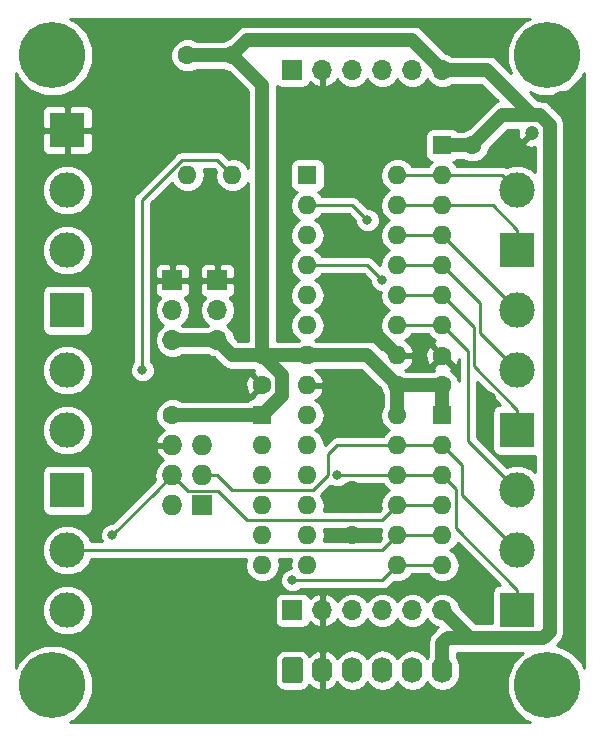
<source format=gtl>
G04 #@! TF.GenerationSoftware,KiCad,Pcbnew,(5.0.2)-1*
G04 #@! TF.CreationDate,2019-01-02T23:13:23+01:00*
G04 #@! TF.ProjectId,ArduinoS88,41726475-696e-46f5-9338-382e6b696361,rev?*
G04 #@! TF.SameCoordinates,Original*
G04 #@! TF.FileFunction,Copper,L1,Top*
G04 #@! TF.FilePolarity,Positive*
%FSLAX46Y46*%
G04 Gerber Fmt 4.6, Leading zero omitted, Abs format (unit mm)*
G04 Created by KiCad (PCBNEW (5.0.2)-1) date 02.01.2019 23:13:23*
%MOMM*%
%LPD*%
G01*
G04 APERTURE LIST*
G04 #@! TA.AperFunction,ComponentPad*
%ADD10R,1.727200X1.727200*%
G04 #@! TD*
G04 #@! TA.AperFunction,ComponentPad*
%ADD11O,1.727200X1.727200*%
G04 #@! TD*
G04 #@! TA.AperFunction,ComponentPad*
%ADD12O,1.600000X1.600000*%
G04 #@! TD*
G04 #@! TA.AperFunction,ComponentPad*
%ADD13R,1.600000X1.600000*%
G04 #@! TD*
G04 #@! TA.AperFunction,ComponentPad*
%ADD14O,1.700000X1.700000*%
G04 #@! TD*
G04 #@! TA.AperFunction,ComponentPad*
%ADD15R,1.700000X1.700000*%
G04 #@! TD*
G04 #@! TA.AperFunction,ComponentPad*
%ADD16C,5.600000*%
G04 #@! TD*
G04 #@! TA.AperFunction,ComponentPad*
%ADD17C,1.600000*%
G04 #@! TD*
G04 #@! TA.AperFunction,ComponentPad*
%ADD18C,1.200000*%
G04 #@! TD*
G04 #@! TA.AperFunction,ComponentPad*
%ADD19R,1.200000X1.200000*%
G04 #@! TD*
G04 #@! TA.AperFunction,ComponentPad*
%ADD20C,3.000000*%
G04 #@! TD*
G04 #@! TA.AperFunction,ComponentPad*
%ADD21R,3.000000X3.000000*%
G04 #@! TD*
G04 #@! TA.AperFunction,Conductor*
%ADD22C,0.100000*%
G04 #@! TD*
G04 #@! TA.AperFunction,ComponentPad*
%ADD23C,1.740000*%
G04 #@! TD*
G04 #@! TA.AperFunction,ComponentPad*
%ADD24O,1.740000X2.200000*%
G04 #@! TD*
G04 #@! TA.AperFunction,ViaPad*
%ADD25C,1.600000*%
G04 #@! TD*
G04 #@! TA.AperFunction,ViaPad*
%ADD26C,0.800000*%
G04 #@! TD*
G04 #@! TA.AperFunction,Conductor*
%ADD27C,1.200000*%
G04 #@! TD*
G04 #@! TA.AperFunction,Conductor*
%ADD28C,0.250000*%
G04 #@! TD*
G04 #@! TA.AperFunction,Conductor*
%ADD29C,0.254000*%
G04 #@! TD*
G04 APERTURE END LIST*
D10*
G04 #@! TO.P,J3,1*
G04 #@! TO.N,/In8*
X86360000Y-67310000D03*
D11*
G04 #@! TO.P,J3,2*
G04 #@! TO.N,VCC*
X83820000Y-67310000D03*
G04 #@! TO.P,J3,3*
G04 #@! TO.N,/In9*
X86360000Y-64770000D03*
G04 #@! TO.P,J3,4*
G04 #@! TO.N,/In7*
X83820000Y-64770000D03*
G04 #@! TO.P,J3,5*
G04 #@! TO.N,Net-(J3-Pad5)*
X86360000Y-62230000D03*
G04 #@! TO.P,J3,6*
G04 #@! TO.N,GND*
X83820000Y-62230000D03*
G04 #@! TD*
D12*
G04 #@! TO.P,U1,28*
G04 #@! TO.N,/In15*
X102870000Y-39370000D03*
G04 #@! TO.P,U1,14*
G04 #@! TO.N,/In4*
X95250000Y-72390000D03*
G04 #@! TO.P,U1,27*
G04 #@! TO.N,/In14*
X102870000Y-41910000D03*
G04 #@! TO.P,U1,13*
G04 #@! TO.N,/In3*
X95250000Y-69850000D03*
G04 #@! TO.P,U1,26*
G04 #@! TO.N,/In13*
X102870000Y-44450000D03*
G04 #@! TO.P,U1,12*
G04 #@! TO.N,/In2*
X95250000Y-67310000D03*
G04 #@! TO.P,U1,25*
G04 #@! TO.N,/In12*
X102870000Y-46990000D03*
G04 #@! TO.P,U1,11*
G04 #@! TO.N,/In1*
X95250000Y-64770000D03*
G04 #@! TO.P,U1,24*
G04 #@! TO.N,/In11*
X102870000Y-49530000D03*
G04 #@! TO.P,U1,10*
G04 #@! TO.N,/Cfg1*
X95250000Y-62230000D03*
G04 #@! TO.P,U1,23*
G04 #@! TO.N,/In10*
X102870000Y-52070000D03*
G04 #@! TO.P,U1,9*
G04 #@! TO.N,/Cfg0*
X95250000Y-59690000D03*
G04 #@! TO.P,U1,22*
G04 #@! TO.N,GND*
X102870000Y-54610000D03*
G04 #@! TO.P,U1,8*
X95250000Y-57150000D03*
G04 #@! TO.P,U1,21*
G04 #@! TO.N,VCC*
X102870000Y-57150000D03*
G04 #@! TO.P,U1,7*
X95250000Y-54610000D03*
G04 #@! TO.P,U1,20*
X102870000Y-59690000D03*
G04 #@! TO.P,U1,6*
G04 #@! TO.N,/In0*
X95250000Y-52070000D03*
G04 #@! TO.P,U1,19*
G04 #@! TO.N,/In9*
X102870000Y-62230000D03*
G04 #@! TO.P,U1,5*
G04 #@! TO.N,/S88_PS*
X95250000Y-49530000D03*
G04 #@! TO.P,U1,18*
G04 #@! TO.N,/In8*
X102870000Y-64770000D03*
G04 #@! TO.P,U1,4*
G04 #@! TO.N,/S88_CLK*
X95250000Y-46990000D03*
G04 #@! TO.P,U1,17*
G04 #@! TO.N,/In7*
X102870000Y-67310000D03*
G04 #@! TO.P,U1,3*
G04 #@! TO.N,/S88_DataOut*
X95250000Y-44450000D03*
G04 #@! TO.P,U1,16*
G04 #@! TO.N,/In6*
X102870000Y-69850000D03*
G04 #@! TO.P,U1,2*
G04 #@! TO.N,/S88_DataIn*
X95250000Y-41910000D03*
G04 #@! TO.P,U1,15*
G04 #@! TO.N,/In5*
X102870000Y-72390000D03*
D13*
G04 #@! TO.P,U1,1*
G04 #@! TO.N,Net-(J3-Pad5)*
X95250000Y-39370000D03*
G04 #@! TD*
D14*
G04 #@! TO.P,J2,6*
G04 #@! TO.N,VCC*
X106680000Y-76200000D03*
G04 #@! TO.P,J2,5*
G04 #@! TO.N,/S88_Reset*
X104140000Y-76200000D03*
G04 #@! TO.P,J2,4*
G04 #@! TO.N,/S88_PS*
X101600000Y-76200000D03*
G04 #@! TO.P,J2,3*
G04 #@! TO.N,/S88_CLK*
X99060000Y-76200000D03*
G04 #@! TO.P,J2,2*
G04 #@! TO.N,GND*
X96520000Y-76200000D03*
D15*
G04 #@! TO.P,J2,1*
G04 #@! TO.N,/S88_DataIn*
X93980000Y-76200000D03*
G04 #@! TD*
D14*
G04 #@! TO.P,J1,6*
G04 #@! TO.N,VCC*
X106680000Y-30480000D03*
G04 #@! TO.P,J1,5*
G04 #@! TO.N,/S88_Reset*
X104140000Y-30480000D03*
G04 #@! TO.P,J1,4*
G04 #@! TO.N,/S88_PS*
X101600000Y-30480000D03*
G04 #@! TO.P,J1,3*
G04 #@! TO.N,/S88_CLK*
X99060000Y-30480000D03*
G04 #@! TO.P,J1,2*
G04 #@! TO.N,GND*
X96520000Y-30480000D03*
D15*
G04 #@! TO.P,J1,1*
G04 #@! TO.N,/S88_DataOut*
X93980000Y-30480000D03*
G04 #@! TD*
D16*
G04 #@! TO.P,REF\002A\002A,1*
G04 #@! TO.N,N/C*
X115570000Y-82550000D03*
G04 #@! TD*
G04 #@! TO.P,REF\002A\002A,1*
G04 #@! TO.N,N/C*
X73660000Y-82550000D03*
G04 #@! TD*
G04 #@! TO.P,REF\002A\002A,1*
G04 #@! TO.N,N/C*
X73660000Y-29210000D03*
G04 #@! TD*
D12*
G04 #@! TO.P,RN2,7*
G04 #@! TO.N,/In10*
X106680000Y-52070000D03*
G04 #@! TO.P,RN2,6*
G04 #@! TO.N,/In11*
X106680000Y-49530000D03*
G04 #@! TO.P,RN2,5*
G04 #@! TO.N,/In12*
X106680000Y-46990000D03*
G04 #@! TO.P,RN2,4*
G04 #@! TO.N,/In13*
X106680000Y-44450000D03*
G04 #@! TO.P,RN2,3*
G04 #@! TO.N,/In14*
X106680000Y-41910000D03*
G04 #@! TO.P,RN2,2*
G04 #@! TO.N,/In15*
X106680000Y-39370000D03*
D13*
G04 #@! TO.P,RN2,1*
G04 #@! TO.N,VCC*
X106680000Y-36830000D03*
G04 #@! TD*
D17*
G04 #@! TO.P,C1,2*
G04 #@! TO.N,GND*
X91440000Y-57110000D03*
G04 #@! TO.P,C1,1*
G04 #@! TO.N,VCC*
X91440000Y-54610000D03*
G04 #@! TD*
G04 #@! TO.P,C2,2*
G04 #@! TO.N,GND*
X106680000Y-54650000D03*
G04 #@! TO.P,C2,1*
G04 #@! TO.N,VCC*
X106680000Y-57150000D03*
G04 #@! TD*
D18*
G04 #@! TO.P,C3,2*
G04 #@! TO.N,GND*
X114300000Y-35790000D03*
D19*
G04 #@! TO.P,C3,1*
G04 #@! TO.N,VCC*
X114300000Y-34290000D03*
G04 #@! TD*
D20*
G04 #@! TO.P,J4,3*
G04 #@! TO.N,/In1*
X74930000Y-45720000D03*
G04 #@! TO.P,J4,2*
G04 #@! TO.N,/In0*
X74930000Y-40640000D03*
D21*
G04 #@! TO.P,J4,1*
G04 #@! TO.N,GND*
X74930000Y-35560000D03*
G04 #@! TD*
D20*
G04 #@! TO.P,J5,3*
G04 #@! TO.N,/In4*
X74930000Y-60960000D03*
G04 #@! TO.P,J5,2*
G04 #@! TO.N,/In3*
X74930000Y-55880000D03*
D21*
G04 #@! TO.P,J5,1*
G04 #@! TO.N,/In2*
X74930000Y-50800000D03*
G04 #@! TD*
D20*
G04 #@! TO.P,J6,3*
G04 #@! TO.N,/In7*
X74930000Y-76200000D03*
G04 #@! TO.P,J6,2*
G04 #@! TO.N,/In6*
X74930000Y-71120000D03*
D21*
G04 #@! TO.P,J6,1*
G04 #@! TO.N,/In5*
X74930000Y-66040000D03*
G04 #@! TD*
D20*
G04 #@! TO.P,J7,3*
G04 #@! TO.N,/In10*
X113030000Y-66040000D03*
G04 #@! TO.P,J7,2*
G04 #@! TO.N,/In9*
X113030000Y-71120000D03*
D21*
G04 #@! TO.P,J7,1*
G04 #@! TO.N,/In8*
X113030000Y-76200000D03*
G04 #@! TD*
D20*
G04 #@! TO.P,J8,3*
G04 #@! TO.N,/In13*
X113030000Y-50800000D03*
G04 #@! TO.P,J8,2*
G04 #@! TO.N,/In12*
X113030000Y-55880000D03*
D21*
G04 #@! TO.P,J8,1*
G04 #@! TO.N,/In11*
X113030000Y-60960000D03*
G04 #@! TD*
D20*
G04 #@! TO.P,J9,2*
G04 #@! TO.N,/In15*
X113030000Y-40640000D03*
D21*
G04 #@! TO.P,J9,1*
G04 #@! TO.N,/In14*
X113030000Y-45720000D03*
G04 #@! TD*
D14*
G04 #@! TO.P,JP5,3*
G04 #@! TO.N,VCC*
X87630000Y-53340000D03*
G04 #@! TO.P,JP5,2*
G04 #@! TO.N,/Cfg0*
X87630000Y-50800000D03*
D15*
G04 #@! TO.P,JP5,1*
G04 #@! TO.N,GND*
X87630000Y-48260000D03*
G04 #@! TD*
D14*
G04 #@! TO.P,JP6,3*
G04 #@! TO.N,VCC*
X83820000Y-53340000D03*
G04 #@! TO.P,JP6,2*
G04 #@! TO.N,/Cfg1*
X83820000Y-50800000D03*
D15*
G04 #@! TO.P,JP6,1*
G04 #@! TO.N,GND*
X83820000Y-48260000D03*
G04 #@! TD*
D12*
G04 #@! TO.P,R1,2*
G04 #@! TO.N,Net-(J3-Pad5)*
X88900000Y-39370000D03*
D17*
G04 #@! TO.P,R1,1*
G04 #@! TO.N,VCC*
X88900000Y-29210000D03*
G04 #@! TD*
D12*
G04 #@! TO.P,R2,2*
G04 #@! TO.N,/S88_DataIn*
X85090000Y-39370000D03*
D17*
G04 #@! TO.P,R2,1*
G04 #@! TO.N,VCC*
X85090000Y-29210000D03*
G04 #@! TD*
D12*
G04 #@! TO.P,RN1,6*
G04 #@! TO.N,/In4*
X91440000Y-72390000D03*
G04 #@! TO.P,RN1,5*
G04 #@! TO.N,/In3*
X91440000Y-69850000D03*
G04 #@! TO.P,RN1,4*
G04 #@! TO.N,/In2*
X91440000Y-67310000D03*
G04 #@! TO.P,RN1,3*
G04 #@! TO.N,/In1*
X91440000Y-64770000D03*
G04 #@! TO.P,RN1,2*
G04 #@! TO.N,/In0*
X91440000Y-62230000D03*
D13*
G04 #@! TO.P,RN1,1*
G04 #@! TO.N,VCC*
X91440000Y-59690000D03*
G04 #@! TD*
G04 #@! TO.P,RN3,1*
G04 #@! TO.N,VCC*
X106680000Y-59690000D03*
D12*
G04 #@! TO.P,RN3,2*
G04 #@! TO.N,/In9*
X106680000Y-62230000D03*
G04 #@! TO.P,RN3,3*
G04 #@! TO.N,/In8*
X106680000Y-64770000D03*
G04 #@! TO.P,RN3,4*
G04 #@! TO.N,/In7*
X106680000Y-67310000D03*
G04 #@! TO.P,RN3,5*
G04 #@! TO.N,/In6*
X106680000Y-69850000D03*
G04 #@! TO.P,RN3,6*
G04 #@! TO.N,/In5*
X106680000Y-72390000D03*
G04 #@! TD*
D16*
G04 #@! TO.P,REF\002A\002A,1*
G04 #@! TO.N,N/C*
X115570000Y-29210000D03*
G04 #@! TD*
D22*
G04 #@! TO.N,/S88_DataIn*
G04 #@! TO.C,J10*
G36*
X94624505Y-80181204D02*
X94648773Y-80184804D01*
X94672572Y-80190765D01*
X94695671Y-80199030D01*
X94717850Y-80209520D01*
X94738893Y-80222132D01*
X94758599Y-80236747D01*
X94776777Y-80253223D01*
X94793253Y-80271401D01*
X94807868Y-80291107D01*
X94820480Y-80312150D01*
X94830970Y-80334329D01*
X94839235Y-80357428D01*
X94845196Y-80381227D01*
X94848796Y-80405495D01*
X94850000Y-80429999D01*
X94850000Y-82130001D01*
X94848796Y-82154505D01*
X94845196Y-82178773D01*
X94839235Y-82202572D01*
X94830970Y-82225671D01*
X94820480Y-82247850D01*
X94807868Y-82268893D01*
X94793253Y-82288599D01*
X94776777Y-82306777D01*
X94758599Y-82323253D01*
X94738893Y-82337868D01*
X94717850Y-82350480D01*
X94695671Y-82360970D01*
X94672572Y-82369235D01*
X94648773Y-82375196D01*
X94624505Y-82378796D01*
X94600001Y-82380000D01*
X93359999Y-82380000D01*
X93335495Y-82378796D01*
X93311227Y-82375196D01*
X93287428Y-82369235D01*
X93264329Y-82360970D01*
X93242150Y-82350480D01*
X93221107Y-82337868D01*
X93201401Y-82323253D01*
X93183223Y-82306777D01*
X93166747Y-82288599D01*
X93152132Y-82268893D01*
X93139520Y-82247850D01*
X93129030Y-82225671D01*
X93120765Y-82202572D01*
X93114804Y-82178773D01*
X93111204Y-82154505D01*
X93110000Y-82130001D01*
X93110000Y-80429999D01*
X93111204Y-80405495D01*
X93114804Y-80381227D01*
X93120765Y-80357428D01*
X93129030Y-80334329D01*
X93139520Y-80312150D01*
X93152132Y-80291107D01*
X93166747Y-80271401D01*
X93183223Y-80253223D01*
X93201401Y-80236747D01*
X93221107Y-80222132D01*
X93242150Y-80209520D01*
X93264329Y-80199030D01*
X93287428Y-80190765D01*
X93311227Y-80184804D01*
X93335495Y-80181204D01*
X93359999Y-80180000D01*
X94600001Y-80180000D01*
X94624505Y-80181204D01*
X94624505Y-80181204D01*
G37*
D23*
G04 #@! TD*
G04 #@! TO.P,J10,1*
G04 #@! TO.N,/S88_DataIn*
X93980000Y-81280000D03*
D24*
G04 #@! TO.P,J10,2*
G04 #@! TO.N,GND*
X96520000Y-81280000D03*
G04 #@! TO.P,J10,3*
G04 #@! TO.N,/S88_CLK*
X99060000Y-81280000D03*
G04 #@! TO.P,J10,4*
G04 #@! TO.N,/S88_PS*
X101600000Y-81280000D03*
G04 #@! TO.P,J10,5*
G04 #@! TO.N,/S88_Reset*
X104140000Y-81280000D03*
G04 #@! TO.P,J10,6*
G04 #@! TO.N,VCC*
X106680000Y-81280000D03*
G04 #@! TD*
D25*
G04 #@! TO.N,GND*
X78740000Y-46990000D03*
X93980000Y-35560000D03*
X78740000Y-59690000D03*
X88900000Y-43180000D03*
X97790000Y-50800000D03*
X97790000Y-57150000D03*
X82550000Y-35560000D03*
X100330000Y-40640000D03*
G04 #@! TO.N,VCC*
X109220000Y-36830000D03*
D26*
G04 #@! TO.N,/In5*
X93980000Y-73660000D03*
G04 #@! TO.N,/In7*
X78740000Y-69850000D03*
G04 #@! TO.N,/S88_CLK*
X101600000Y-48260000D03*
D25*
G04 #@! TO.N,GND*
X82550000Y-78740000D03*
G04 #@! TO.N,VCC*
X83820000Y-59690000D03*
D26*
G04 #@! TO.N,Net-(J3-Pad5)*
X81280000Y-55880000D03*
D25*
G04 #@! TO.N,GND*
X99060000Y-66040000D03*
X99060000Y-69850000D03*
X116840000Y-33020000D03*
X118110000Y-53340000D03*
X118110000Y-78740000D03*
X110490000Y-58420000D03*
X100330000Y-78740000D03*
X102870000Y-78740000D03*
D26*
G04 #@! TO.N,/S88_DataIn*
X100330000Y-43180000D03*
G04 #@! TO.N,/In8*
X97790000Y-64772805D03*
G04 #@! TD*
D27*
G04 #@! TO.N,VCC*
X95250000Y-54610000D02*
X91440000Y-54610000D01*
X102870000Y-57150000D02*
X102870000Y-59690000D01*
X102870000Y-57150000D02*
X106680000Y-57150000D01*
X106680000Y-57150000D02*
X106680000Y-59690000D01*
X83820000Y-53340000D02*
X87630000Y-53340000D01*
X88900000Y-54610000D02*
X87630000Y-53340000D01*
X91440000Y-54610000D02*
X88900000Y-54610000D01*
X109220000Y-36830000D02*
X106680000Y-36830000D01*
X100330000Y-54610000D02*
X102870000Y-57150000D01*
X95250000Y-54610000D02*
X100330000Y-54610000D01*
X93090001Y-58039999D02*
X91440000Y-59690000D01*
X93090001Y-56260001D02*
X93090001Y-58039999D01*
X91440000Y-54610000D02*
X93090001Y-56260001D01*
D28*
G04 #@! TO.N,/In10*
X102870000Y-52070000D02*
X106680000Y-52070000D01*
X111530001Y-64540001D02*
X113030000Y-66040000D01*
X108855021Y-61865021D02*
X111530001Y-64540001D01*
X108855021Y-54245021D02*
X108855021Y-61865021D01*
X106680000Y-52070000D02*
X108855021Y-54245021D01*
G04 #@! TO.N,/In11*
X102870000Y-49530000D02*
X106680000Y-49530000D01*
X113030000Y-59210000D02*
X113030000Y-60960000D01*
X109355031Y-55535031D02*
X113030000Y-59210000D01*
X109355031Y-52205031D02*
X109355031Y-55535031D01*
X106680000Y-49530000D02*
X109355031Y-52205031D01*
G04 #@! TO.N,/In12*
X102870000Y-46990000D02*
X106680000Y-46990000D01*
X111530001Y-54380001D02*
X113030000Y-55880000D01*
X109855041Y-52705041D02*
X111530001Y-54380001D01*
X109855041Y-50165041D02*
X109855041Y-52705041D01*
X106680000Y-46990000D02*
X109855041Y-50165041D01*
G04 #@! TO.N,/In13*
X102870000Y-44450000D02*
X106680000Y-44450000D01*
X106680000Y-44450000D02*
X113030000Y-50800000D01*
G04 #@! TO.N,/In14*
X102870000Y-41910000D02*
X106680000Y-41910000D01*
X113030000Y-43970000D02*
X113030000Y-45720000D01*
X110970000Y-41910000D02*
X113030000Y-43970000D01*
X106680000Y-41910000D02*
X110970000Y-41910000D01*
G04 #@! TO.N,/In15*
X102870000Y-39370000D02*
X106680000Y-39370000D01*
X111760000Y-39370000D02*
X113030000Y-40640000D01*
X106680000Y-39370000D02*
X111760000Y-39370000D01*
G04 #@! TO.N,/In5*
X102870000Y-72390000D02*
X106680000Y-72390000D01*
X102870000Y-72390000D02*
X101600000Y-73660000D01*
X101600000Y-73660000D02*
X93980000Y-73660000D01*
X93980000Y-73660000D02*
X93980000Y-73660000D01*
G04 #@! TO.N,/In6*
X102870000Y-69850000D02*
X106680000Y-69850000D01*
G04 #@! TO.N,/In7*
X102870000Y-67310000D02*
X106680000Y-67310000D01*
X82518601Y-66071399D02*
X78740000Y-69850000D01*
X78740000Y-69850000D02*
X78740000Y-69850000D01*
G04 #@! TO.N,/In8*
X102870000Y-64770000D02*
X106680000Y-64770000D01*
X113030000Y-74450000D02*
X113030000Y-76200000D01*
X107855001Y-69275001D02*
X113030000Y-74450000D01*
X107855001Y-65945001D02*
X107855001Y-69275001D01*
X106680000Y-64770000D02*
X107855001Y-65945001D01*
G04 #@! TO.N,/In9*
X102870000Y-62230000D02*
X106680000Y-62230000D01*
X111530001Y-69620001D02*
X113030000Y-71120000D01*
X108355011Y-66445011D02*
X111530001Y-69620001D01*
X108355011Y-63905011D02*
X108355011Y-66445011D01*
X106680000Y-62230000D02*
X108355011Y-63905011D01*
G04 #@! TO.N,/S88_CLK*
X95250000Y-46990000D02*
X100330000Y-46990000D01*
X100330000Y-46990000D02*
X101600000Y-48260000D01*
X101600000Y-48260000D02*
X101600000Y-48260000D01*
D27*
G04 #@! TO.N,GND*
X91480000Y-57150000D02*
X91440000Y-57110000D01*
D28*
G04 #@! TO.N,VCC*
X106680000Y-30480000D02*
X106680000Y-30710000D01*
D27*
X111760000Y-34290000D02*
X109220000Y-36830000D01*
X114300000Y-34290000D02*
X111760000Y-34290000D01*
X110490000Y-30480000D02*
X114300000Y-34290000D01*
X106680000Y-30480000D02*
X110490000Y-30480000D01*
X85090000Y-29210000D02*
X88900000Y-29210000D01*
X105830001Y-29630001D02*
X106680000Y-30480000D01*
X104140000Y-27940000D02*
X105830001Y-29630001D01*
X90170000Y-27940000D02*
X104140000Y-27940000D01*
X88900000Y-29210000D02*
X90170000Y-27940000D01*
X107529999Y-77049999D02*
X106680000Y-76200000D01*
X109030001Y-78550001D02*
X107529999Y-77049999D01*
X115210001Y-78550001D02*
X109030001Y-78550001D01*
X115750001Y-78010001D02*
X115210001Y-78550001D01*
X114946002Y-34290000D02*
X115750001Y-35093999D01*
X115750001Y-35093999D02*
X115750001Y-78010001D01*
X114300000Y-34290000D02*
X114946002Y-34290000D01*
X91440000Y-31750000D02*
X91440000Y-54610000D01*
X88900000Y-29210000D02*
X91440000Y-31750000D01*
X107109999Y-78550001D02*
X109030001Y-78550001D01*
X106680000Y-78980000D02*
X107109999Y-78550001D01*
X106680000Y-81280000D02*
X106680000Y-78980000D01*
X91440000Y-59690000D02*
X83820000Y-59690000D01*
D28*
G04 #@! TO.N,/In6*
X101600000Y-71120000D02*
X74930000Y-71120000D01*
X102870000Y-69850000D02*
X101600000Y-71120000D01*
G04 #@! TO.N,/In7*
X101600000Y-68580000D02*
X102870000Y-67310000D01*
X90170000Y-68580000D02*
X101600000Y-68580000D01*
G04 #@! TO.N,Net-(J3-Pad5)*
X84620998Y-38100000D02*
X81280000Y-41440998D01*
X88900000Y-39370000D02*
X87630000Y-38100000D01*
X87630000Y-38100000D02*
X84620998Y-38100000D01*
X81280000Y-41440998D02*
X81280000Y-55880000D01*
D27*
G04 #@! TO.N,GND*
X102870000Y-54610000D02*
X99060000Y-50800000D01*
X99060000Y-50800000D02*
X97790000Y-50800000D01*
D28*
G04 #@! TO.N,/S88_DataIn*
X99060000Y-41910000D02*
X100330000Y-43180000D01*
X95250000Y-41910000D02*
X99060000Y-41910000D01*
G04 #@! TO.N,/In8*
X102867195Y-64772805D02*
X102870000Y-64770000D01*
X97790000Y-64772805D02*
X102867195Y-64772805D01*
G04 #@! TO.N,/In9*
X86360000Y-64770000D02*
X87630000Y-64770000D01*
X87630000Y-64770000D02*
X88900000Y-66040000D01*
X88900000Y-66040000D02*
X88900000Y-66040000D01*
X102870000Y-62230000D02*
X97790000Y-62230000D01*
X97790000Y-62230000D02*
X97790000Y-62230000D01*
X97014999Y-63005001D02*
X97790000Y-62230000D01*
X97014999Y-64744003D02*
X97014999Y-63005001D01*
X95719002Y-66040000D02*
X97014999Y-64744003D01*
X88900000Y-66040000D02*
X95719002Y-66040000D01*
G04 #@! TO.N,/In7*
X82518601Y-66071399D02*
X83820000Y-64770000D01*
X85121399Y-66071399D02*
X87661399Y-66071399D01*
X83820000Y-64770000D02*
X85121399Y-66071399D01*
X87661399Y-66071399D02*
X90170000Y-68580000D01*
G04 #@! TD*
D29*
G04 #@! TO.N,GND*
G36*
X113624229Y-26297947D02*
X112657947Y-27264229D01*
X112135000Y-28526736D01*
X112135000Y-29893264D01*
X112478075Y-30721522D01*
X111449287Y-29692734D01*
X111380385Y-29589615D01*
X110971873Y-29316656D01*
X110611636Y-29245000D01*
X110611632Y-29245000D01*
X110490000Y-29220806D01*
X110368368Y-29245000D01*
X107504620Y-29245000D01*
X107259418Y-29081161D01*
X106970182Y-29023629D01*
X106789289Y-28842736D01*
X106789287Y-28842733D01*
X105099287Y-27152733D01*
X105030385Y-27049615D01*
X104621873Y-26776656D01*
X104261636Y-26705000D01*
X104261632Y-26705000D01*
X104140000Y-26680806D01*
X104018368Y-26705000D01*
X90291630Y-26705000D01*
X90169999Y-26680806D01*
X90048368Y-26705000D01*
X90048364Y-26705000D01*
X89688127Y-26776656D01*
X89473258Y-26920227D01*
X89382732Y-26980714D01*
X89382731Y-26980715D01*
X89279615Y-27049615D01*
X89210715Y-27152731D01*
X88569981Y-27793466D01*
X88131719Y-27975000D01*
X85858281Y-27975000D01*
X85375439Y-27775000D01*
X84804561Y-27775000D01*
X84277138Y-27993466D01*
X83873466Y-28397138D01*
X83655000Y-28924561D01*
X83655000Y-29495439D01*
X83873466Y-30022862D01*
X84277138Y-30426534D01*
X84804561Y-30645000D01*
X85375439Y-30645000D01*
X85858281Y-30445000D01*
X88131719Y-30445000D01*
X88569981Y-30626534D01*
X90205000Y-32261554D01*
X90205000Y-38740140D01*
X89934577Y-38335423D01*
X89459909Y-38018260D01*
X89041333Y-37935000D01*
X88758667Y-37935000D01*
X88576114Y-37971312D01*
X88220331Y-37615530D01*
X88177929Y-37552071D01*
X87926537Y-37384096D01*
X87704852Y-37340000D01*
X87704847Y-37340000D01*
X87630000Y-37325112D01*
X87555153Y-37340000D01*
X84695846Y-37340000D01*
X84620998Y-37325112D01*
X84546150Y-37340000D01*
X84546146Y-37340000D01*
X84372603Y-37374520D01*
X84324460Y-37384096D01*
X84137416Y-37509076D01*
X84073069Y-37552071D01*
X84030669Y-37615527D01*
X80795530Y-40850667D01*
X80732071Y-40893069D01*
X80564096Y-41144462D01*
X80520000Y-41366147D01*
X80520000Y-41366151D01*
X80505112Y-41440998D01*
X80520000Y-41515845D01*
X80520001Y-55176288D01*
X80402569Y-55293720D01*
X80245000Y-55674126D01*
X80245000Y-56085874D01*
X80402569Y-56466280D01*
X80693720Y-56757431D01*
X81074126Y-56915000D01*
X81485874Y-56915000D01*
X81538448Y-56893223D01*
X89993035Y-56893223D01*
X90020222Y-57463454D01*
X90186136Y-57864005D01*
X90432255Y-57938139D01*
X91260395Y-57110000D01*
X90432255Y-56281861D01*
X90186136Y-56355995D01*
X89993035Y-56893223D01*
X81538448Y-56893223D01*
X81866280Y-56757431D01*
X82157431Y-56466280D01*
X82315000Y-56085874D01*
X82315000Y-55674126D01*
X82157431Y-55293720D01*
X82040000Y-55176289D01*
X82040000Y-47283690D01*
X82335000Y-47283690D01*
X82335000Y-47974250D01*
X82493750Y-48133000D01*
X83693000Y-48133000D01*
X83693000Y-46933750D01*
X83947000Y-46933750D01*
X83947000Y-48133000D01*
X85146250Y-48133000D01*
X85305000Y-47974250D01*
X85305000Y-47283690D01*
X86145000Y-47283690D01*
X86145000Y-47974250D01*
X86303750Y-48133000D01*
X87503000Y-48133000D01*
X87503000Y-46933750D01*
X87757000Y-46933750D01*
X87757000Y-48133000D01*
X88956250Y-48133000D01*
X89115000Y-47974250D01*
X89115000Y-47283690D01*
X89018327Y-47050301D01*
X88839698Y-46871673D01*
X88606309Y-46775000D01*
X87915750Y-46775000D01*
X87757000Y-46933750D01*
X87503000Y-46933750D01*
X87344250Y-46775000D01*
X86653691Y-46775000D01*
X86420302Y-46871673D01*
X86241673Y-47050301D01*
X86145000Y-47283690D01*
X85305000Y-47283690D01*
X85208327Y-47050301D01*
X85029698Y-46871673D01*
X84796309Y-46775000D01*
X84105750Y-46775000D01*
X83947000Y-46933750D01*
X83693000Y-46933750D01*
X83534250Y-46775000D01*
X82843691Y-46775000D01*
X82610302Y-46871673D01*
X82431673Y-47050301D01*
X82335000Y-47283690D01*
X82040000Y-47283690D01*
X82040000Y-41755799D01*
X83789382Y-40006418D01*
X84055423Y-40404577D01*
X84530091Y-40721740D01*
X84948667Y-40805000D01*
X85231333Y-40805000D01*
X85649909Y-40721740D01*
X86124577Y-40404577D01*
X86441740Y-39929909D01*
X86553113Y-39370000D01*
X86451668Y-38860000D01*
X87315199Y-38860000D01*
X87501312Y-39046113D01*
X87436887Y-39370000D01*
X87548260Y-39929909D01*
X87865423Y-40404577D01*
X88340091Y-40721740D01*
X88758667Y-40805000D01*
X89041333Y-40805000D01*
X89459909Y-40721740D01*
X89934577Y-40404577D01*
X90205000Y-39999860D01*
X90205001Y-53375000D01*
X89411554Y-53375000D01*
X89086371Y-53049818D01*
X89028839Y-52760582D01*
X88700625Y-52269375D01*
X88402239Y-52070000D01*
X88700625Y-51870625D01*
X89028839Y-51379418D01*
X89144092Y-50800000D01*
X89028839Y-50220582D01*
X88700625Y-49729375D01*
X88678967Y-49714904D01*
X88839698Y-49648327D01*
X89018327Y-49469699D01*
X89115000Y-49236310D01*
X89115000Y-48545750D01*
X88956250Y-48387000D01*
X87757000Y-48387000D01*
X87757000Y-48407000D01*
X87503000Y-48407000D01*
X87503000Y-48387000D01*
X86303750Y-48387000D01*
X86145000Y-48545750D01*
X86145000Y-49236310D01*
X86241673Y-49469699D01*
X86420302Y-49648327D01*
X86581033Y-49714904D01*
X86559375Y-49729375D01*
X86231161Y-50220582D01*
X86115908Y-50800000D01*
X86231161Y-51379418D01*
X86559375Y-51870625D01*
X86857761Y-52070000D01*
X86805380Y-52105000D01*
X84644620Y-52105000D01*
X84592239Y-52070000D01*
X84890625Y-51870625D01*
X85218839Y-51379418D01*
X85334092Y-50800000D01*
X85218839Y-50220582D01*
X84890625Y-49729375D01*
X84868967Y-49714904D01*
X85029698Y-49648327D01*
X85208327Y-49469699D01*
X85305000Y-49236310D01*
X85305000Y-48545750D01*
X85146250Y-48387000D01*
X83947000Y-48387000D01*
X83947000Y-48407000D01*
X83693000Y-48407000D01*
X83693000Y-48387000D01*
X82493750Y-48387000D01*
X82335000Y-48545750D01*
X82335000Y-49236310D01*
X82431673Y-49469699D01*
X82610302Y-49648327D01*
X82771033Y-49714904D01*
X82749375Y-49729375D01*
X82421161Y-50220582D01*
X82305908Y-50800000D01*
X82421161Y-51379418D01*
X82749375Y-51870625D01*
X83047761Y-52070000D01*
X82749375Y-52269375D01*
X82421161Y-52760582D01*
X82305908Y-53340000D01*
X82421161Y-53919418D01*
X82749375Y-54410625D01*
X83240582Y-54738839D01*
X83673744Y-54825000D01*
X83966256Y-54825000D01*
X84399418Y-54738839D01*
X84644620Y-54575000D01*
X86805380Y-54575000D01*
X87050582Y-54738839D01*
X87339818Y-54796371D01*
X87940715Y-55397269D01*
X88009615Y-55500385D01*
X88112731Y-55569285D01*
X88112732Y-55569286D01*
X88173490Y-55609883D01*
X88418127Y-55773344D01*
X88778364Y-55845000D01*
X88778368Y-55845000D01*
X88899999Y-55869194D01*
X89021630Y-55845000D01*
X90671719Y-55845000D01*
X90692299Y-55853525D01*
X90685995Y-55856136D01*
X90611861Y-56102255D01*
X91440000Y-56930395D01*
X91454142Y-56916252D01*
X91633748Y-57095858D01*
X91619605Y-57110000D01*
X91633748Y-57124142D01*
X91454142Y-57303748D01*
X91440000Y-57289605D01*
X90611861Y-58117745D01*
X90649457Y-58242560D01*
X90640000Y-58242560D01*
X90392235Y-58291843D01*
X90182191Y-58432191D01*
X90166950Y-58455000D01*
X84588281Y-58455000D01*
X84105439Y-58255000D01*
X83534561Y-58255000D01*
X83007138Y-58473466D01*
X82603466Y-58877138D01*
X82385000Y-59404561D01*
X82385000Y-59975439D01*
X82603466Y-60502862D01*
X83007138Y-60906534D01*
X83099109Y-60944629D01*
X82931510Y-61023179D01*
X82537312Y-61455053D01*
X82365042Y-61870974D01*
X82486183Y-62103000D01*
X83693000Y-62103000D01*
X83693000Y-62083000D01*
X83947000Y-62083000D01*
X83947000Y-62103000D01*
X83967000Y-62103000D01*
X83967000Y-62357000D01*
X83947000Y-62357000D01*
X83947000Y-62377000D01*
X83693000Y-62377000D01*
X83693000Y-62357000D01*
X82486183Y-62357000D01*
X82365042Y-62589026D01*
X82537312Y-63004947D01*
X82931510Y-63436821D01*
X83041021Y-63488146D01*
X82739570Y-63689570D01*
X82408350Y-64185275D01*
X82292041Y-64770000D01*
X82367225Y-65147974D01*
X82034131Y-65481068D01*
X82034128Y-65481070D01*
X78700199Y-68815000D01*
X78534126Y-68815000D01*
X78153720Y-68972569D01*
X77862569Y-69263720D01*
X77705000Y-69644126D01*
X77705000Y-70055874D01*
X77830973Y-70360000D01*
X76926105Y-70360000D01*
X76739966Y-69910620D01*
X76139380Y-69310034D01*
X75354678Y-68985000D01*
X74505322Y-68985000D01*
X73720620Y-69310034D01*
X73120034Y-69910620D01*
X72795000Y-70695322D01*
X72795000Y-71544678D01*
X73120034Y-72329380D01*
X73720620Y-72929966D01*
X74505322Y-73255000D01*
X75354678Y-73255000D01*
X76139380Y-72929966D01*
X76739966Y-72329380D01*
X76926105Y-71880000D01*
X90078332Y-71880000D01*
X89976887Y-72390000D01*
X90088260Y-72949909D01*
X90405423Y-73424577D01*
X90880091Y-73741740D01*
X91298667Y-73825000D01*
X91581333Y-73825000D01*
X91999909Y-73741740D01*
X92474577Y-73424577D01*
X92791740Y-72949909D01*
X92903113Y-72390000D01*
X92801668Y-71880000D01*
X93888332Y-71880000D01*
X93786887Y-72390000D01*
X93833631Y-72625000D01*
X93774126Y-72625000D01*
X93393720Y-72782569D01*
X93102569Y-73073720D01*
X92945000Y-73454126D01*
X92945000Y-73865874D01*
X93102569Y-74246280D01*
X93393720Y-74537431D01*
X93774126Y-74695000D01*
X94185874Y-74695000D01*
X94566280Y-74537431D01*
X94683711Y-74420000D01*
X101525153Y-74420000D01*
X101600000Y-74434888D01*
X101674847Y-74420000D01*
X101674852Y-74420000D01*
X101896537Y-74375904D01*
X102147929Y-74207929D01*
X102190331Y-74144470D01*
X102546114Y-73788688D01*
X102728667Y-73825000D01*
X103011333Y-73825000D01*
X103429909Y-73741740D01*
X103904577Y-73424577D01*
X104088043Y-73150000D01*
X105461957Y-73150000D01*
X105645423Y-73424577D01*
X106120091Y-73741740D01*
X106538667Y-73825000D01*
X106821333Y-73825000D01*
X107239909Y-73741740D01*
X107714577Y-73424577D01*
X108031740Y-72949909D01*
X108143113Y-72390000D01*
X108031740Y-71830091D01*
X107714577Y-71355423D01*
X107362242Y-71120000D01*
X107714577Y-70884577D01*
X107985024Y-70479825D01*
X111557758Y-74052560D01*
X111530000Y-74052560D01*
X111282235Y-74101843D01*
X111072191Y-74242191D01*
X110931843Y-74452235D01*
X110882560Y-74700000D01*
X110882560Y-77315001D01*
X109541555Y-77315001D01*
X108489287Y-76262734D01*
X108489285Y-76262731D01*
X108136371Y-75909818D01*
X108078839Y-75620582D01*
X107750625Y-75129375D01*
X107259418Y-74801161D01*
X106826256Y-74715000D01*
X106533744Y-74715000D01*
X106100582Y-74801161D01*
X105609375Y-75129375D01*
X105410000Y-75427761D01*
X105210625Y-75129375D01*
X104719418Y-74801161D01*
X104286256Y-74715000D01*
X103993744Y-74715000D01*
X103560582Y-74801161D01*
X103069375Y-75129375D01*
X102870000Y-75427761D01*
X102670625Y-75129375D01*
X102179418Y-74801161D01*
X101746256Y-74715000D01*
X101453744Y-74715000D01*
X101020582Y-74801161D01*
X100529375Y-75129375D01*
X100330000Y-75427761D01*
X100130625Y-75129375D01*
X99639418Y-74801161D01*
X99206256Y-74715000D01*
X98913744Y-74715000D01*
X98480582Y-74801161D01*
X97989375Y-75129375D01*
X97776157Y-75448478D01*
X97715183Y-75318642D01*
X97286924Y-74928355D01*
X96876890Y-74758524D01*
X96647000Y-74879845D01*
X96647000Y-76073000D01*
X96667000Y-76073000D01*
X96667000Y-76327000D01*
X96647000Y-76327000D01*
X96647000Y-77520155D01*
X96876890Y-77641476D01*
X97286924Y-77471645D01*
X97715183Y-77081358D01*
X97776157Y-76951522D01*
X97989375Y-77270625D01*
X98480582Y-77598839D01*
X98913744Y-77685000D01*
X99206256Y-77685000D01*
X99639418Y-77598839D01*
X100130625Y-77270625D01*
X100330000Y-76972239D01*
X100529375Y-77270625D01*
X101020582Y-77598839D01*
X101453744Y-77685000D01*
X101746256Y-77685000D01*
X102179418Y-77598839D01*
X102670625Y-77270625D01*
X102870000Y-76972239D01*
X103069375Y-77270625D01*
X103560582Y-77598839D01*
X103993744Y-77685000D01*
X104286256Y-77685000D01*
X104719418Y-77598839D01*
X105210625Y-77270625D01*
X105410000Y-76972239D01*
X105609375Y-77270625D01*
X106100582Y-77598839D01*
X106262401Y-77631027D01*
X106219614Y-77659616D01*
X106150713Y-77762734D01*
X105892732Y-78020715D01*
X105789616Y-78089615D01*
X105720716Y-78192731D01*
X105720714Y-78192733D01*
X105516656Y-78498128D01*
X105420806Y-78980000D01*
X105445001Y-79101636D01*
X105445000Y-80189381D01*
X105410000Y-80241763D01*
X105225044Y-79964956D01*
X104727221Y-79632322D01*
X104140000Y-79515516D01*
X103552778Y-79632322D01*
X103054956Y-79964956D01*
X102870000Y-80241763D01*
X102685044Y-79964956D01*
X102187221Y-79632322D01*
X101600000Y-79515516D01*
X101012778Y-79632322D01*
X100514956Y-79964956D01*
X100330000Y-80241763D01*
X100145044Y-79964956D01*
X99647221Y-79632322D01*
X99060000Y-79515516D01*
X98472778Y-79632322D01*
X97974956Y-79964956D01*
X97782841Y-80252478D01*
X97490491Y-79889467D01*
X96972500Y-79606416D01*
X96880031Y-79588698D01*
X96647000Y-79709754D01*
X96647000Y-81153000D01*
X96667000Y-81153000D01*
X96667000Y-81407000D01*
X96647000Y-81407000D01*
X96647000Y-82850246D01*
X96880031Y-82971302D01*
X96972500Y-82953584D01*
X97490491Y-82670533D01*
X97782840Y-82307523D01*
X97974956Y-82595044D01*
X98472779Y-82927678D01*
X99060000Y-83044484D01*
X99647222Y-82927678D01*
X100145044Y-82595044D01*
X100330000Y-82318237D01*
X100514956Y-82595044D01*
X101012779Y-82927678D01*
X101600000Y-83044484D01*
X102187222Y-82927678D01*
X102685044Y-82595044D01*
X102870000Y-82318237D01*
X103054956Y-82595044D01*
X103552779Y-82927678D01*
X104140000Y-83044484D01*
X104727222Y-82927678D01*
X105225044Y-82595044D01*
X105410000Y-82318237D01*
X105594956Y-82595044D01*
X106092779Y-82927678D01*
X106680000Y-83044484D01*
X107267222Y-82927678D01*
X107765044Y-82595044D01*
X108097678Y-82097221D01*
X108185000Y-81658225D01*
X108185000Y-80901774D01*
X108097678Y-80462778D01*
X107915000Y-80189381D01*
X107915000Y-79785001D01*
X108908369Y-79785001D01*
X109030000Y-79809195D01*
X109151631Y-79785001D01*
X113477175Y-79785001D01*
X112657947Y-80604229D01*
X112135000Y-81866736D01*
X112135000Y-83233264D01*
X112657947Y-84495771D01*
X113624229Y-85462053D01*
X114077974Y-85650000D01*
X75152026Y-85650000D01*
X75605771Y-85462053D01*
X76572053Y-84495771D01*
X77095000Y-83233264D01*
X77095000Y-81866736D01*
X76572053Y-80604229D01*
X76397823Y-80429999D01*
X92462560Y-80429999D01*
X92462560Y-82130001D01*
X92530873Y-82473436D01*
X92725414Y-82764586D01*
X93016564Y-82959127D01*
X93359999Y-83027440D01*
X94600001Y-83027440D01*
X94943436Y-82959127D01*
X95234586Y-82764586D01*
X95411737Y-82499462D01*
X95549509Y-82670533D01*
X96067500Y-82953584D01*
X96159969Y-82971302D01*
X96393000Y-82850246D01*
X96393000Y-81407000D01*
X96373000Y-81407000D01*
X96373000Y-81153000D01*
X96393000Y-81153000D01*
X96393000Y-79709754D01*
X96159969Y-79588698D01*
X96067500Y-79606416D01*
X95549509Y-79889467D01*
X95411737Y-80060538D01*
X95234586Y-79795414D01*
X94943436Y-79600873D01*
X94600001Y-79532560D01*
X93359999Y-79532560D01*
X93016564Y-79600873D01*
X92725414Y-79795414D01*
X92530873Y-80086564D01*
X92462560Y-80429999D01*
X76397823Y-80429999D01*
X75605771Y-79637947D01*
X74343264Y-79115000D01*
X72976736Y-79115000D01*
X71714229Y-79637947D01*
X70747947Y-80604229D01*
X70560000Y-81057974D01*
X70560000Y-75775322D01*
X72795000Y-75775322D01*
X72795000Y-76624678D01*
X73120034Y-77409380D01*
X73720620Y-78009966D01*
X74505322Y-78335000D01*
X75354678Y-78335000D01*
X76139380Y-78009966D01*
X76739966Y-77409380D01*
X77065000Y-76624678D01*
X77065000Y-75775322D01*
X76888826Y-75350000D01*
X92482560Y-75350000D01*
X92482560Y-77050000D01*
X92531843Y-77297765D01*
X92672191Y-77507809D01*
X92882235Y-77648157D01*
X93130000Y-77697440D01*
X94830000Y-77697440D01*
X95077765Y-77648157D01*
X95287809Y-77507809D01*
X95428157Y-77297765D01*
X95448739Y-77194292D01*
X95753076Y-77471645D01*
X96163110Y-77641476D01*
X96393000Y-77520155D01*
X96393000Y-76327000D01*
X96373000Y-76327000D01*
X96373000Y-76073000D01*
X96393000Y-76073000D01*
X96393000Y-74879845D01*
X96163110Y-74758524D01*
X95753076Y-74928355D01*
X95448739Y-75205708D01*
X95428157Y-75102235D01*
X95287809Y-74892191D01*
X95077765Y-74751843D01*
X94830000Y-74702560D01*
X93130000Y-74702560D01*
X92882235Y-74751843D01*
X92672191Y-74892191D01*
X92531843Y-75102235D01*
X92482560Y-75350000D01*
X76888826Y-75350000D01*
X76739966Y-74990620D01*
X76139380Y-74390034D01*
X75354678Y-74065000D01*
X74505322Y-74065000D01*
X73720620Y-74390034D01*
X73120034Y-74990620D01*
X72795000Y-75775322D01*
X70560000Y-75775322D01*
X70560000Y-64540000D01*
X72782560Y-64540000D01*
X72782560Y-67540000D01*
X72831843Y-67787765D01*
X72972191Y-67997809D01*
X73182235Y-68138157D01*
X73430000Y-68187440D01*
X76430000Y-68187440D01*
X76677765Y-68138157D01*
X76887809Y-67997809D01*
X77028157Y-67787765D01*
X77077440Y-67540000D01*
X77077440Y-64540000D01*
X77028157Y-64292235D01*
X76887809Y-64082191D01*
X76677765Y-63941843D01*
X76430000Y-63892560D01*
X73430000Y-63892560D01*
X73182235Y-63941843D01*
X72972191Y-64082191D01*
X72831843Y-64292235D01*
X72782560Y-64540000D01*
X70560000Y-64540000D01*
X70560000Y-60535322D01*
X72795000Y-60535322D01*
X72795000Y-61384678D01*
X73120034Y-62169380D01*
X73720620Y-62769966D01*
X74505322Y-63095000D01*
X75354678Y-63095000D01*
X76139380Y-62769966D01*
X76739966Y-62169380D01*
X77065000Y-61384678D01*
X77065000Y-60535322D01*
X76739966Y-59750620D01*
X76139380Y-59150034D01*
X75354678Y-58825000D01*
X74505322Y-58825000D01*
X73720620Y-59150034D01*
X73120034Y-59750620D01*
X72795000Y-60535322D01*
X70560000Y-60535322D01*
X70560000Y-55455322D01*
X72795000Y-55455322D01*
X72795000Y-56304678D01*
X73120034Y-57089380D01*
X73720620Y-57689966D01*
X74505322Y-58015000D01*
X75354678Y-58015000D01*
X76139380Y-57689966D01*
X76739966Y-57089380D01*
X77065000Y-56304678D01*
X77065000Y-55455322D01*
X76739966Y-54670620D01*
X76139380Y-54070034D01*
X75354678Y-53745000D01*
X74505322Y-53745000D01*
X73720620Y-54070034D01*
X73120034Y-54670620D01*
X72795000Y-55455322D01*
X70560000Y-55455322D01*
X70560000Y-49300000D01*
X72782560Y-49300000D01*
X72782560Y-52300000D01*
X72831843Y-52547765D01*
X72972191Y-52757809D01*
X73182235Y-52898157D01*
X73430000Y-52947440D01*
X76430000Y-52947440D01*
X76677765Y-52898157D01*
X76887809Y-52757809D01*
X77028157Y-52547765D01*
X77077440Y-52300000D01*
X77077440Y-49300000D01*
X77028157Y-49052235D01*
X76887809Y-48842191D01*
X76677765Y-48701843D01*
X76430000Y-48652560D01*
X73430000Y-48652560D01*
X73182235Y-48701843D01*
X72972191Y-48842191D01*
X72831843Y-49052235D01*
X72782560Y-49300000D01*
X70560000Y-49300000D01*
X70560000Y-45295322D01*
X72795000Y-45295322D01*
X72795000Y-46144678D01*
X73120034Y-46929380D01*
X73720620Y-47529966D01*
X74505322Y-47855000D01*
X75354678Y-47855000D01*
X76139380Y-47529966D01*
X76739966Y-46929380D01*
X77065000Y-46144678D01*
X77065000Y-45295322D01*
X76739966Y-44510620D01*
X76139380Y-43910034D01*
X75354678Y-43585000D01*
X74505322Y-43585000D01*
X73720620Y-43910034D01*
X73120034Y-44510620D01*
X72795000Y-45295322D01*
X70560000Y-45295322D01*
X70560000Y-40215322D01*
X72795000Y-40215322D01*
X72795000Y-41064678D01*
X73120034Y-41849380D01*
X73720620Y-42449966D01*
X74505322Y-42775000D01*
X75354678Y-42775000D01*
X76139380Y-42449966D01*
X76739966Y-41849380D01*
X77065000Y-41064678D01*
X77065000Y-40215322D01*
X76739966Y-39430620D01*
X76139380Y-38830034D01*
X75354678Y-38505000D01*
X74505322Y-38505000D01*
X73720620Y-38830034D01*
X73120034Y-39430620D01*
X72795000Y-40215322D01*
X70560000Y-40215322D01*
X70560000Y-35845750D01*
X72795000Y-35845750D01*
X72795000Y-37186309D01*
X72891673Y-37419698D01*
X73070301Y-37598327D01*
X73303690Y-37695000D01*
X74644250Y-37695000D01*
X74803000Y-37536250D01*
X74803000Y-35687000D01*
X75057000Y-35687000D01*
X75057000Y-37536250D01*
X75215750Y-37695000D01*
X76556310Y-37695000D01*
X76789699Y-37598327D01*
X76968327Y-37419698D01*
X77065000Y-37186309D01*
X77065000Y-35845750D01*
X76906250Y-35687000D01*
X75057000Y-35687000D01*
X74803000Y-35687000D01*
X72953750Y-35687000D01*
X72795000Y-35845750D01*
X70560000Y-35845750D01*
X70560000Y-33933691D01*
X72795000Y-33933691D01*
X72795000Y-35274250D01*
X72953750Y-35433000D01*
X74803000Y-35433000D01*
X74803000Y-33583750D01*
X75057000Y-33583750D01*
X75057000Y-35433000D01*
X76906250Y-35433000D01*
X77065000Y-35274250D01*
X77065000Y-33933691D01*
X76968327Y-33700302D01*
X76789699Y-33521673D01*
X76556310Y-33425000D01*
X75215750Y-33425000D01*
X75057000Y-33583750D01*
X74803000Y-33583750D01*
X74644250Y-33425000D01*
X73303690Y-33425000D01*
X73070301Y-33521673D01*
X72891673Y-33700302D01*
X72795000Y-33933691D01*
X70560000Y-33933691D01*
X70560000Y-30702026D01*
X70747947Y-31155771D01*
X71714229Y-32122053D01*
X72976736Y-32645000D01*
X74343264Y-32645000D01*
X75605771Y-32122053D01*
X76572053Y-31155771D01*
X77095000Y-29893264D01*
X77095000Y-28526736D01*
X76572053Y-27264229D01*
X75605771Y-26297947D01*
X75152026Y-26110000D01*
X114077974Y-26110000D01*
X113624229Y-26297947D01*
X113624229Y-26297947D01*
G37*
X113624229Y-26297947D02*
X112657947Y-27264229D01*
X112135000Y-28526736D01*
X112135000Y-29893264D01*
X112478075Y-30721522D01*
X111449287Y-29692734D01*
X111380385Y-29589615D01*
X110971873Y-29316656D01*
X110611636Y-29245000D01*
X110611632Y-29245000D01*
X110490000Y-29220806D01*
X110368368Y-29245000D01*
X107504620Y-29245000D01*
X107259418Y-29081161D01*
X106970182Y-29023629D01*
X106789289Y-28842736D01*
X106789287Y-28842733D01*
X105099287Y-27152733D01*
X105030385Y-27049615D01*
X104621873Y-26776656D01*
X104261636Y-26705000D01*
X104261632Y-26705000D01*
X104140000Y-26680806D01*
X104018368Y-26705000D01*
X90291630Y-26705000D01*
X90169999Y-26680806D01*
X90048368Y-26705000D01*
X90048364Y-26705000D01*
X89688127Y-26776656D01*
X89473258Y-26920227D01*
X89382732Y-26980714D01*
X89382731Y-26980715D01*
X89279615Y-27049615D01*
X89210715Y-27152731D01*
X88569981Y-27793466D01*
X88131719Y-27975000D01*
X85858281Y-27975000D01*
X85375439Y-27775000D01*
X84804561Y-27775000D01*
X84277138Y-27993466D01*
X83873466Y-28397138D01*
X83655000Y-28924561D01*
X83655000Y-29495439D01*
X83873466Y-30022862D01*
X84277138Y-30426534D01*
X84804561Y-30645000D01*
X85375439Y-30645000D01*
X85858281Y-30445000D01*
X88131719Y-30445000D01*
X88569981Y-30626534D01*
X90205000Y-32261554D01*
X90205000Y-38740140D01*
X89934577Y-38335423D01*
X89459909Y-38018260D01*
X89041333Y-37935000D01*
X88758667Y-37935000D01*
X88576114Y-37971312D01*
X88220331Y-37615530D01*
X88177929Y-37552071D01*
X87926537Y-37384096D01*
X87704852Y-37340000D01*
X87704847Y-37340000D01*
X87630000Y-37325112D01*
X87555153Y-37340000D01*
X84695846Y-37340000D01*
X84620998Y-37325112D01*
X84546150Y-37340000D01*
X84546146Y-37340000D01*
X84372603Y-37374520D01*
X84324460Y-37384096D01*
X84137416Y-37509076D01*
X84073069Y-37552071D01*
X84030669Y-37615527D01*
X80795530Y-40850667D01*
X80732071Y-40893069D01*
X80564096Y-41144462D01*
X80520000Y-41366147D01*
X80520000Y-41366151D01*
X80505112Y-41440998D01*
X80520000Y-41515845D01*
X80520001Y-55176288D01*
X80402569Y-55293720D01*
X80245000Y-55674126D01*
X80245000Y-56085874D01*
X80402569Y-56466280D01*
X80693720Y-56757431D01*
X81074126Y-56915000D01*
X81485874Y-56915000D01*
X81538448Y-56893223D01*
X89993035Y-56893223D01*
X90020222Y-57463454D01*
X90186136Y-57864005D01*
X90432255Y-57938139D01*
X91260395Y-57110000D01*
X90432255Y-56281861D01*
X90186136Y-56355995D01*
X89993035Y-56893223D01*
X81538448Y-56893223D01*
X81866280Y-56757431D01*
X82157431Y-56466280D01*
X82315000Y-56085874D01*
X82315000Y-55674126D01*
X82157431Y-55293720D01*
X82040000Y-55176289D01*
X82040000Y-47283690D01*
X82335000Y-47283690D01*
X82335000Y-47974250D01*
X82493750Y-48133000D01*
X83693000Y-48133000D01*
X83693000Y-46933750D01*
X83947000Y-46933750D01*
X83947000Y-48133000D01*
X85146250Y-48133000D01*
X85305000Y-47974250D01*
X85305000Y-47283690D01*
X86145000Y-47283690D01*
X86145000Y-47974250D01*
X86303750Y-48133000D01*
X87503000Y-48133000D01*
X87503000Y-46933750D01*
X87757000Y-46933750D01*
X87757000Y-48133000D01*
X88956250Y-48133000D01*
X89115000Y-47974250D01*
X89115000Y-47283690D01*
X89018327Y-47050301D01*
X88839698Y-46871673D01*
X88606309Y-46775000D01*
X87915750Y-46775000D01*
X87757000Y-46933750D01*
X87503000Y-46933750D01*
X87344250Y-46775000D01*
X86653691Y-46775000D01*
X86420302Y-46871673D01*
X86241673Y-47050301D01*
X86145000Y-47283690D01*
X85305000Y-47283690D01*
X85208327Y-47050301D01*
X85029698Y-46871673D01*
X84796309Y-46775000D01*
X84105750Y-46775000D01*
X83947000Y-46933750D01*
X83693000Y-46933750D01*
X83534250Y-46775000D01*
X82843691Y-46775000D01*
X82610302Y-46871673D01*
X82431673Y-47050301D01*
X82335000Y-47283690D01*
X82040000Y-47283690D01*
X82040000Y-41755799D01*
X83789382Y-40006418D01*
X84055423Y-40404577D01*
X84530091Y-40721740D01*
X84948667Y-40805000D01*
X85231333Y-40805000D01*
X85649909Y-40721740D01*
X86124577Y-40404577D01*
X86441740Y-39929909D01*
X86553113Y-39370000D01*
X86451668Y-38860000D01*
X87315199Y-38860000D01*
X87501312Y-39046113D01*
X87436887Y-39370000D01*
X87548260Y-39929909D01*
X87865423Y-40404577D01*
X88340091Y-40721740D01*
X88758667Y-40805000D01*
X89041333Y-40805000D01*
X89459909Y-40721740D01*
X89934577Y-40404577D01*
X90205000Y-39999860D01*
X90205001Y-53375000D01*
X89411554Y-53375000D01*
X89086371Y-53049818D01*
X89028839Y-52760582D01*
X88700625Y-52269375D01*
X88402239Y-52070000D01*
X88700625Y-51870625D01*
X89028839Y-51379418D01*
X89144092Y-50800000D01*
X89028839Y-50220582D01*
X88700625Y-49729375D01*
X88678967Y-49714904D01*
X88839698Y-49648327D01*
X89018327Y-49469699D01*
X89115000Y-49236310D01*
X89115000Y-48545750D01*
X88956250Y-48387000D01*
X87757000Y-48387000D01*
X87757000Y-48407000D01*
X87503000Y-48407000D01*
X87503000Y-48387000D01*
X86303750Y-48387000D01*
X86145000Y-48545750D01*
X86145000Y-49236310D01*
X86241673Y-49469699D01*
X86420302Y-49648327D01*
X86581033Y-49714904D01*
X86559375Y-49729375D01*
X86231161Y-50220582D01*
X86115908Y-50800000D01*
X86231161Y-51379418D01*
X86559375Y-51870625D01*
X86857761Y-52070000D01*
X86805380Y-52105000D01*
X84644620Y-52105000D01*
X84592239Y-52070000D01*
X84890625Y-51870625D01*
X85218839Y-51379418D01*
X85334092Y-50800000D01*
X85218839Y-50220582D01*
X84890625Y-49729375D01*
X84868967Y-49714904D01*
X85029698Y-49648327D01*
X85208327Y-49469699D01*
X85305000Y-49236310D01*
X85305000Y-48545750D01*
X85146250Y-48387000D01*
X83947000Y-48387000D01*
X83947000Y-48407000D01*
X83693000Y-48407000D01*
X83693000Y-48387000D01*
X82493750Y-48387000D01*
X82335000Y-48545750D01*
X82335000Y-49236310D01*
X82431673Y-49469699D01*
X82610302Y-49648327D01*
X82771033Y-49714904D01*
X82749375Y-49729375D01*
X82421161Y-50220582D01*
X82305908Y-50800000D01*
X82421161Y-51379418D01*
X82749375Y-51870625D01*
X83047761Y-52070000D01*
X82749375Y-52269375D01*
X82421161Y-52760582D01*
X82305908Y-53340000D01*
X82421161Y-53919418D01*
X82749375Y-54410625D01*
X83240582Y-54738839D01*
X83673744Y-54825000D01*
X83966256Y-54825000D01*
X84399418Y-54738839D01*
X84644620Y-54575000D01*
X86805380Y-54575000D01*
X87050582Y-54738839D01*
X87339818Y-54796371D01*
X87940715Y-55397269D01*
X88009615Y-55500385D01*
X88112731Y-55569285D01*
X88112732Y-55569286D01*
X88173490Y-55609883D01*
X88418127Y-55773344D01*
X88778364Y-55845000D01*
X88778368Y-55845000D01*
X88899999Y-55869194D01*
X89021630Y-55845000D01*
X90671719Y-55845000D01*
X90692299Y-55853525D01*
X90685995Y-55856136D01*
X90611861Y-56102255D01*
X91440000Y-56930395D01*
X91454142Y-56916252D01*
X91633748Y-57095858D01*
X91619605Y-57110000D01*
X91633748Y-57124142D01*
X91454142Y-57303748D01*
X91440000Y-57289605D01*
X90611861Y-58117745D01*
X90649457Y-58242560D01*
X90640000Y-58242560D01*
X90392235Y-58291843D01*
X90182191Y-58432191D01*
X90166950Y-58455000D01*
X84588281Y-58455000D01*
X84105439Y-58255000D01*
X83534561Y-58255000D01*
X83007138Y-58473466D01*
X82603466Y-58877138D01*
X82385000Y-59404561D01*
X82385000Y-59975439D01*
X82603466Y-60502862D01*
X83007138Y-60906534D01*
X83099109Y-60944629D01*
X82931510Y-61023179D01*
X82537312Y-61455053D01*
X82365042Y-61870974D01*
X82486183Y-62103000D01*
X83693000Y-62103000D01*
X83693000Y-62083000D01*
X83947000Y-62083000D01*
X83947000Y-62103000D01*
X83967000Y-62103000D01*
X83967000Y-62357000D01*
X83947000Y-62357000D01*
X83947000Y-62377000D01*
X83693000Y-62377000D01*
X83693000Y-62357000D01*
X82486183Y-62357000D01*
X82365042Y-62589026D01*
X82537312Y-63004947D01*
X82931510Y-63436821D01*
X83041021Y-63488146D01*
X82739570Y-63689570D01*
X82408350Y-64185275D01*
X82292041Y-64770000D01*
X82367225Y-65147974D01*
X82034131Y-65481068D01*
X82034128Y-65481070D01*
X78700199Y-68815000D01*
X78534126Y-68815000D01*
X78153720Y-68972569D01*
X77862569Y-69263720D01*
X77705000Y-69644126D01*
X77705000Y-70055874D01*
X77830973Y-70360000D01*
X76926105Y-70360000D01*
X76739966Y-69910620D01*
X76139380Y-69310034D01*
X75354678Y-68985000D01*
X74505322Y-68985000D01*
X73720620Y-69310034D01*
X73120034Y-69910620D01*
X72795000Y-70695322D01*
X72795000Y-71544678D01*
X73120034Y-72329380D01*
X73720620Y-72929966D01*
X74505322Y-73255000D01*
X75354678Y-73255000D01*
X76139380Y-72929966D01*
X76739966Y-72329380D01*
X76926105Y-71880000D01*
X90078332Y-71880000D01*
X89976887Y-72390000D01*
X90088260Y-72949909D01*
X90405423Y-73424577D01*
X90880091Y-73741740D01*
X91298667Y-73825000D01*
X91581333Y-73825000D01*
X91999909Y-73741740D01*
X92474577Y-73424577D01*
X92791740Y-72949909D01*
X92903113Y-72390000D01*
X92801668Y-71880000D01*
X93888332Y-71880000D01*
X93786887Y-72390000D01*
X93833631Y-72625000D01*
X93774126Y-72625000D01*
X93393720Y-72782569D01*
X93102569Y-73073720D01*
X92945000Y-73454126D01*
X92945000Y-73865874D01*
X93102569Y-74246280D01*
X93393720Y-74537431D01*
X93774126Y-74695000D01*
X94185874Y-74695000D01*
X94566280Y-74537431D01*
X94683711Y-74420000D01*
X101525153Y-74420000D01*
X101600000Y-74434888D01*
X101674847Y-74420000D01*
X101674852Y-74420000D01*
X101896537Y-74375904D01*
X102147929Y-74207929D01*
X102190331Y-74144470D01*
X102546114Y-73788688D01*
X102728667Y-73825000D01*
X103011333Y-73825000D01*
X103429909Y-73741740D01*
X103904577Y-73424577D01*
X104088043Y-73150000D01*
X105461957Y-73150000D01*
X105645423Y-73424577D01*
X106120091Y-73741740D01*
X106538667Y-73825000D01*
X106821333Y-73825000D01*
X107239909Y-73741740D01*
X107714577Y-73424577D01*
X108031740Y-72949909D01*
X108143113Y-72390000D01*
X108031740Y-71830091D01*
X107714577Y-71355423D01*
X107362242Y-71120000D01*
X107714577Y-70884577D01*
X107985024Y-70479825D01*
X111557758Y-74052560D01*
X111530000Y-74052560D01*
X111282235Y-74101843D01*
X111072191Y-74242191D01*
X110931843Y-74452235D01*
X110882560Y-74700000D01*
X110882560Y-77315001D01*
X109541555Y-77315001D01*
X108489287Y-76262734D01*
X108489285Y-76262731D01*
X108136371Y-75909818D01*
X108078839Y-75620582D01*
X107750625Y-75129375D01*
X107259418Y-74801161D01*
X106826256Y-74715000D01*
X106533744Y-74715000D01*
X106100582Y-74801161D01*
X105609375Y-75129375D01*
X105410000Y-75427761D01*
X105210625Y-75129375D01*
X104719418Y-74801161D01*
X104286256Y-74715000D01*
X103993744Y-74715000D01*
X103560582Y-74801161D01*
X103069375Y-75129375D01*
X102870000Y-75427761D01*
X102670625Y-75129375D01*
X102179418Y-74801161D01*
X101746256Y-74715000D01*
X101453744Y-74715000D01*
X101020582Y-74801161D01*
X100529375Y-75129375D01*
X100330000Y-75427761D01*
X100130625Y-75129375D01*
X99639418Y-74801161D01*
X99206256Y-74715000D01*
X98913744Y-74715000D01*
X98480582Y-74801161D01*
X97989375Y-75129375D01*
X97776157Y-75448478D01*
X97715183Y-75318642D01*
X97286924Y-74928355D01*
X96876890Y-74758524D01*
X96647000Y-74879845D01*
X96647000Y-76073000D01*
X96667000Y-76073000D01*
X96667000Y-76327000D01*
X96647000Y-76327000D01*
X96647000Y-77520155D01*
X96876890Y-77641476D01*
X97286924Y-77471645D01*
X97715183Y-77081358D01*
X97776157Y-76951522D01*
X97989375Y-77270625D01*
X98480582Y-77598839D01*
X98913744Y-77685000D01*
X99206256Y-77685000D01*
X99639418Y-77598839D01*
X100130625Y-77270625D01*
X100330000Y-76972239D01*
X100529375Y-77270625D01*
X101020582Y-77598839D01*
X101453744Y-77685000D01*
X101746256Y-77685000D01*
X102179418Y-77598839D01*
X102670625Y-77270625D01*
X102870000Y-76972239D01*
X103069375Y-77270625D01*
X103560582Y-77598839D01*
X103993744Y-77685000D01*
X104286256Y-77685000D01*
X104719418Y-77598839D01*
X105210625Y-77270625D01*
X105410000Y-76972239D01*
X105609375Y-77270625D01*
X106100582Y-77598839D01*
X106262401Y-77631027D01*
X106219614Y-77659616D01*
X106150713Y-77762734D01*
X105892732Y-78020715D01*
X105789616Y-78089615D01*
X105720716Y-78192731D01*
X105720714Y-78192733D01*
X105516656Y-78498128D01*
X105420806Y-78980000D01*
X105445001Y-79101636D01*
X105445000Y-80189381D01*
X105410000Y-80241763D01*
X105225044Y-79964956D01*
X104727221Y-79632322D01*
X104140000Y-79515516D01*
X103552778Y-79632322D01*
X103054956Y-79964956D01*
X102870000Y-80241763D01*
X102685044Y-79964956D01*
X102187221Y-79632322D01*
X101600000Y-79515516D01*
X101012778Y-79632322D01*
X100514956Y-79964956D01*
X100330000Y-80241763D01*
X100145044Y-79964956D01*
X99647221Y-79632322D01*
X99060000Y-79515516D01*
X98472778Y-79632322D01*
X97974956Y-79964956D01*
X97782841Y-80252478D01*
X97490491Y-79889467D01*
X96972500Y-79606416D01*
X96880031Y-79588698D01*
X96647000Y-79709754D01*
X96647000Y-81153000D01*
X96667000Y-81153000D01*
X96667000Y-81407000D01*
X96647000Y-81407000D01*
X96647000Y-82850246D01*
X96880031Y-82971302D01*
X96972500Y-82953584D01*
X97490491Y-82670533D01*
X97782840Y-82307523D01*
X97974956Y-82595044D01*
X98472779Y-82927678D01*
X99060000Y-83044484D01*
X99647222Y-82927678D01*
X100145044Y-82595044D01*
X100330000Y-82318237D01*
X100514956Y-82595044D01*
X101012779Y-82927678D01*
X101600000Y-83044484D01*
X102187222Y-82927678D01*
X102685044Y-82595044D01*
X102870000Y-82318237D01*
X103054956Y-82595044D01*
X103552779Y-82927678D01*
X104140000Y-83044484D01*
X104727222Y-82927678D01*
X105225044Y-82595044D01*
X105410000Y-82318237D01*
X105594956Y-82595044D01*
X106092779Y-82927678D01*
X106680000Y-83044484D01*
X107267222Y-82927678D01*
X107765044Y-82595044D01*
X108097678Y-82097221D01*
X108185000Y-81658225D01*
X108185000Y-80901774D01*
X108097678Y-80462778D01*
X107915000Y-80189381D01*
X107915000Y-79785001D01*
X108908369Y-79785001D01*
X109030000Y-79809195D01*
X109151631Y-79785001D01*
X113477175Y-79785001D01*
X112657947Y-80604229D01*
X112135000Y-81866736D01*
X112135000Y-83233264D01*
X112657947Y-84495771D01*
X113624229Y-85462053D01*
X114077974Y-85650000D01*
X75152026Y-85650000D01*
X75605771Y-85462053D01*
X76572053Y-84495771D01*
X77095000Y-83233264D01*
X77095000Y-81866736D01*
X76572053Y-80604229D01*
X76397823Y-80429999D01*
X92462560Y-80429999D01*
X92462560Y-82130001D01*
X92530873Y-82473436D01*
X92725414Y-82764586D01*
X93016564Y-82959127D01*
X93359999Y-83027440D01*
X94600001Y-83027440D01*
X94943436Y-82959127D01*
X95234586Y-82764586D01*
X95411737Y-82499462D01*
X95549509Y-82670533D01*
X96067500Y-82953584D01*
X96159969Y-82971302D01*
X96393000Y-82850246D01*
X96393000Y-81407000D01*
X96373000Y-81407000D01*
X96373000Y-81153000D01*
X96393000Y-81153000D01*
X96393000Y-79709754D01*
X96159969Y-79588698D01*
X96067500Y-79606416D01*
X95549509Y-79889467D01*
X95411737Y-80060538D01*
X95234586Y-79795414D01*
X94943436Y-79600873D01*
X94600001Y-79532560D01*
X93359999Y-79532560D01*
X93016564Y-79600873D01*
X92725414Y-79795414D01*
X92530873Y-80086564D01*
X92462560Y-80429999D01*
X76397823Y-80429999D01*
X75605771Y-79637947D01*
X74343264Y-79115000D01*
X72976736Y-79115000D01*
X71714229Y-79637947D01*
X70747947Y-80604229D01*
X70560000Y-81057974D01*
X70560000Y-75775322D01*
X72795000Y-75775322D01*
X72795000Y-76624678D01*
X73120034Y-77409380D01*
X73720620Y-78009966D01*
X74505322Y-78335000D01*
X75354678Y-78335000D01*
X76139380Y-78009966D01*
X76739966Y-77409380D01*
X77065000Y-76624678D01*
X77065000Y-75775322D01*
X76888826Y-75350000D01*
X92482560Y-75350000D01*
X92482560Y-77050000D01*
X92531843Y-77297765D01*
X92672191Y-77507809D01*
X92882235Y-77648157D01*
X93130000Y-77697440D01*
X94830000Y-77697440D01*
X95077765Y-77648157D01*
X95287809Y-77507809D01*
X95428157Y-77297765D01*
X95448739Y-77194292D01*
X95753076Y-77471645D01*
X96163110Y-77641476D01*
X96393000Y-77520155D01*
X96393000Y-76327000D01*
X96373000Y-76327000D01*
X96373000Y-76073000D01*
X96393000Y-76073000D01*
X96393000Y-74879845D01*
X96163110Y-74758524D01*
X95753076Y-74928355D01*
X95448739Y-75205708D01*
X95428157Y-75102235D01*
X95287809Y-74892191D01*
X95077765Y-74751843D01*
X94830000Y-74702560D01*
X93130000Y-74702560D01*
X92882235Y-74751843D01*
X92672191Y-74892191D01*
X92531843Y-75102235D01*
X92482560Y-75350000D01*
X76888826Y-75350000D01*
X76739966Y-74990620D01*
X76139380Y-74390034D01*
X75354678Y-74065000D01*
X74505322Y-74065000D01*
X73720620Y-74390034D01*
X73120034Y-74990620D01*
X72795000Y-75775322D01*
X70560000Y-75775322D01*
X70560000Y-64540000D01*
X72782560Y-64540000D01*
X72782560Y-67540000D01*
X72831843Y-67787765D01*
X72972191Y-67997809D01*
X73182235Y-68138157D01*
X73430000Y-68187440D01*
X76430000Y-68187440D01*
X76677765Y-68138157D01*
X76887809Y-67997809D01*
X77028157Y-67787765D01*
X77077440Y-67540000D01*
X77077440Y-64540000D01*
X77028157Y-64292235D01*
X76887809Y-64082191D01*
X76677765Y-63941843D01*
X76430000Y-63892560D01*
X73430000Y-63892560D01*
X73182235Y-63941843D01*
X72972191Y-64082191D01*
X72831843Y-64292235D01*
X72782560Y-64540000D01*
X70560000Y-64540000D01*
X70560000Y-60535322D01*
X72795000Y-60535322D01*
X72795000Y-61384678D01*
X73120034Y-62169380D01*
X73720620Y-62769966D01*
X74505322Y-63095000D01*
X75354678Y-63095000D01*
X76139380Y-62769966D01*
X76739966Y-62169380D01*
X77065000Y-61384678D01*
X77065000Y-60535322D01*
X76739966Y-59750620D01*
X76139380Y-59150034D01*
X75354678Y-58825000D01*
X74505322Y-58825000D01*
X73720620Y-59150034D01*
X73120034Y-59750620D01*
X72795000Y-60535322D01*
X70560000Y-60535322D01*
X70560000Y-55455322D01*
X72795000Y-55455322D01*
X72795000Y-56304678D01*
X73120034Y-57089380D01*
X73720620Y-57689966D01*
X74505322Y-58015000D01*
X75354678Y-58015000D01*
X76139380Y-57689966D01*
X76739966Y-57089380D01*
X77065000Y-56304678D01*
X77065000Y-55455322D01*
X76739966Y-54670620D01*
X76139380Y-54070034D01*
X75354678Y-53745000D01*
X74505322Y-53745000D01*
X73720620Y-54070034D01*
X73120034Y-54670620D01*
X72795000Y-55455322D01*
X70560000Y-55455322D01*
X70560000Y-49300000D01*
X72782560Y-49300000D01*
X72782560Y-52300000D01*
X72831843Y-52547765D01*
X72972191Y-52757809D01*
X73182235Y-52898157D01*
X73430000Y-52947440D01*
X76430000Y-52947440D01*
X76677765Y-52898157D01*
X76887809Y-52757809D01*
X77028157Y-52547765D01*
X77077440Y-52300000D01*
X77077440Y-49300000D01*
X77028157Y-49052235D01*
X76887809Y-48842191D01*
X76677765Y-48701843D01*
X76430000Y-48652560D01*
X73430000Y-48652560D01*
X73182235Y-48701843D01*
X72972191Y-48842191D01*
X72831843Y-49052235D01*
X72782560Y-49300000D01*
X70560000Y-49300000D01*
X70560000Y-45295322D01*
X72795000Y-45295322D01*
X72795000Y-46144678D01*
X73120034Y-46929380D01*
X73720620Y-47529966D01*
X74505322Y-47855000D01*
X75354678Y-47855000D01*
X76139380Y-47529966D01*
X76739966Y-46929380D01*
X77065000Y-46144678D01*
X77065000Y-45295322D01*
X76739966Y-44510620D01*
X76139380Y-43910034D01*
X75354678Y-43585000D01*
X74505322Y-43585000D01*
X73720620Y-43910034D01*
X73120034Y-44510620D01*
X72795000Y-45295322D01*
X70560000Y-45295322D01*
X70560000Y-40215322D01*
X72795000Y-40215322D01*
X72795000Y-41064678D01*
X73120034Y-41849380D01*
X73720620Y-42449966D01*
X74505322Y-42775000D01*
X75354678Y-42775000D01*
X76139380Y-42449966D01*
X76739966Y-41849380D01*
X77065000Y-41064678D01*
X77065000Y-40215322D01*
X76739966Y-39430620D01*
X76139380Y-38830034D01*
X75354678Y-38505000D01*
X74505322Y-38505000D01*
X73720620Y-38830034D01*
X73120034Y-39430620D01*
X72795000Y-40215322D01*
X70560000Y-40215322D01*
X70560000Y-35845750D01*
X72795000Y-35845750D01*
X72795000Y-37186309D01*
X72891673Y-37419698D01*
X73070301Y-37598327D01*
X73303690Y-37695000D01*
X74644250Y-37695000D01*
X74803000Y-37536250D01*
X74803000Y-35687000D01*
X75057000Y-35687000D01*
X75057000Y-37536250D01*
X75215750Y-37695000D01*
X76556310Y-37695000D01*
X76789699Y-37598327D01*
X76968327Y-37419698D01*
X77065000Y-37186309D01*
X77065000Y-35845750D01*
X76906250Y-35687000D01*
X75057000Y-35687000D01*
X74803000Y-35687000D01*
X72953750Y-35687000D01*
X72795000Y-35845750D01*
X70560000Y-35845750D01*
X70560000Y-33933691D01*
X72795000Y-33933691D01*
X72795000Y-35274250D01*
X72953750Y-35433000D01*
X74803000Y-35433000D01*
X74803000Y-33583750D01*
X75057000Y-33583750D01*
X75057000Y-35433000D01*
X76906250Y-35433000D01*
X77065000Y-35274250D01*
X77065000Y-33933691D01*
X76968327Y-33700302D01*
X76789699Y-33521673D01*
X76556310Y-33425000D01*
X75215750Y-33425000D01*
X75057000Y-33583750D01*
X74803000Y-33583750D01*
X74644250Y-33425000D01*
X73303690Y-33425000D01*
X73070301Y-33521673D01*
X72891673Y-33700302D01*
X72795000Y-33933691D01*
X70560000Y-33933691D01*
X70560000Y-30702026D01*
X70747947Y-31155771D01*
X71714229Y-32122053D01*
X72976736Y-32645000D01*
X74343264Y-32645000D01*
X75605771Y-32122053D01*
X76572053Y-31155771D01*
X77095000Y-29893264D01*
X77095000Y-28526736D01*
X76572053Y-27264229D01*
X75605771Y-26297947D01*
X75152026Y-26110000D01*
X114077974Y-26110000D01*
X113624229Y-26297947D01*
G36*
X118670001Y-81057976D02*
X118482053Y-80604229D01*
X117515771Y-79637947D01*
X116351051Y-79155504D01*
X116537267Y-78969288D01*
X116640386Y-78900386D01*
X116913345Y-78491874D01*
X116985001Y-78131637D01*
X116985001Y-78131633D01*
X117009195Y-78010002D01*
X116985001Y-77888371D01*
X116985001Y-35215629D01*
X117009195Y-35093998D01*
X116985001Y-34972367D01*
X116985001Y-34972363D01*
X116913345Y-34612126D01*
X116640386Y-34203614D01*
X116537270Y-34134714D01*
X115905288Y-33502733D01*
X115836387Y-33399615D01*
X115427875Y-33126656D01*
X115067638Y-33055000D01*
X115067634Y-33055000D01*
X114946002Y-33030806D01*
X114886910Y-33042560D01*
X114799114Y-33042560D01*
X114058479Y-32301925D01*
X114886736Y-32645000D01*
X116253264Y-32645000D01*
X117515771Y-32122053D01*
X118482053Y-31155771D01*
X118670000Y-30702026D01*
X118670001Y-81057976D01*
X118670001Y-81057976D01*
G37*
X118670001Y-81057976D02*
X118482053Y-80604229D01*
X117515771Y-79637947D01*
X116351051Y-79155504D01*
X116537267Y-78969288D01*
X116640386Y-78900386D01*
X116913345Y-78491874D01*
X116985001Y-78131637D01*
X116985001Y-78131633D01*
X117009195Y-78010002D01*
X116985001Y-77888371D01*
X116985001Y-35215629D01*
X117009195Y-35093998D01*
X116985001Y-34972367D01*
X116985001Y-34972363D01*
X116913345Y-34612126D01*
X116640386Y-34203614D01*
X116537270Y-34134714D01*
X115905288Y-33502733D01*
X115836387Y-33399615D01*
X115427875Y-33126656D01*
X115067638Y-33055000D01*
X115067634Y-33055000D01*
X114946002Y-33030806D01*
X114886910Y-33042560D01*
X114799114Y-33042560D01*
X114058479Y-32301925D01*
X114886736Y-32645000D01*
X116253264Y-32645000D01*
X117515771Y-32122053D01*
X118482053Y-31155771D01*
X118670000Y-30702026D01*
X118670001Y-81057976D01*
G36*
X101406887Y-69850000D02*
X101471312Y-70173887D01*
X101285199Y-70360000D01*
X96611668Y-70360000D01*
X96713113Y-69850000D01*
X96611668Y-69340000D01*
X101508332Y-69340000D01*
X101406887Y-69850000D01*
X101406887Y-69850000D01*
G37*
X101406887Y-69850000D02*
X101471312Y-70173887D01*
X101285199Y-70360000D01*
X96611668Y-70360000D01*
X96713113Y-69850000D01*
X96611668Y-69340000D01*
X101508332Y-69340000D01*
X101406887Y-69850000D01*
G36*
X101835423Y-65804577D02*
X102187758Y-66040000D01*
X101835423Y-66275423D01*
X101518260Y-66750091D01*
X101406887Y-67310000D01*
X101471312Y-67633887D01*
X101285199Y-67820000D01*
X96611668Y-67820000D01*
X96713113Y-67310000D01*
X96601740Y-66750091D01*
X96394247Y-66439556D01*
X97193644Y-65640160D01*
X97203720Y-65650236D01*
X97584126Y-65807805D01*
X97995874Y-65807805D01*
X98376280Y-65650236D01*
X98493711Y-65532805D01*
X101653831Y-65532805D01*
X101835423Y-65804577D01*
X101835423Y-65804577D01*
G37*
X101835423Y-65804577D02*
X102187758Y-66040000D01*
X101835423Y-66275423D01*
X101518260Y-66750091D01*
X101406887Y-67310000D01*
X101471312Y-67633887D01*
X101285199Y-67820000D01*
X96611668Y-67820000D01*
X96713113Y-67310000D01*
X96601740Y-66750091D01*
X96394247Y-66439556D01*
X97193644Y-65640160D01*
X97203720Y-65650236D01*
X97584126Y-65807805D01*
X97995874Y-65807805D01*
X98376280Y-65650236D01*
X98493711Y-65532805D01*
X101653831Y-65532805D01*
X101835423Y-65804577D01*
G36*
X111557758Y-58812560D02*
X111530000Y-58812560D01*
X111282235Y-58861843D01*
X111072191Y-59002191D01*
X110931843Y-59212235D01*
X110882560Y-59460000D01*
X110882560Y-62460000D01*
X110931843Y-62707765D01*
X111072191Y-62917809D01*
X111282235Y-63058157D01*
X111530000Y-63107440D01*
X114515002Y-63107440D01*
X114515002Y-64505656D01*
X114239380Y-64230034D01*
X113454678Y-63905000D01*
X112605322Y-63905000D01*
X112155941Y-64091140D01*
X112120332Y-64055531D01*
X112120330Y-64055528D01*
X109615021Y-61550220D01*
X109615021Y-56869822D01*
X111557758Y-58812560D01*
X111557758Y-58812560D01*
G37*
X111557758Y-58812560D02*
X111530000Y-58812560D01*
X111282235Y-58861843D01*
X111072191Y-59002191D01*
X110931843Y-59212235D01*
X110882560Y-59460000D01*
X110882560Y-62460000D01*
X110931843Y-62707765D01*
X111072191Y-62917809D01*
X111282235Y-63058157D01*
X111530000Y-63107440D01*
X114515002Y-63107440D01*
X114515002Y-64505656D01*
X114239380Y-64230034D01*
X113454678Y-63905000D01*
X112605322Y-63905000D01*
X112155941Y-64091140D01*
X112120332Y-64055531D01*
X112120330Y-64055528D01*
X109615021Y-61550220D01*
X109615021Y-56869822D01*
X111557758Y-58812560D01*
G36*
X101477266Y-57503820D02*
X101518260Y-57709909D01*
X101635000Y-57884623D01*
X101635001Y-58955376D01*
X101518260Y-59130091D01*
X101406887Y-59690000D01*
X101518260Y-60249909D01*
X101835423Y-60724577D01*
X102187758Y-60960000D01*
X101835423Y-61195423D01*
X101651957Y-61470000D01*
X97864847Y-61470000D01*
X97790000Y-61455112D01*
X97715153Y-61470000D01*
X97715148Y-61470000D01*
X97493463Y-61514096D01*
X97242071Y-61682071D01*
X97199671Y-61745527D01*
X96712595Y-62232604D01*
X96713113Y-62230000D01*
X96601740Y-61670091D01*
X96284577Y-61195423D01*
X95932242Y-60960000D01*
X96284577Y-60724577D01*
X96601740Y-60249909D01*
X96713113Y-59690000D01*
X96601740Y-59130091D01*
X96284577Y-58655423D01*
X95900892Y-58399053D01*
X96105134Y-58302389D01*
X96481041Y-57887423D01*
X96641904Y-57499039D01*
X96519915Y-57277000D01*
X95377000Y-57277000D01*
X95377000Y-57297000D01*
X95123000Y-57297000D01*
X95123000Y-57277000D01*
X95103000Y-57277000D01*
X95103000Y-57023000D01*
X95123000Y-57023000D01*
X95123000Y-57003000D01*
X95377000Y-57003000D01*
X95377000Y-57023000D01*
X96519915Y-57023000D01*
X96641904Y-56800961D01*
X96481041Y-56412577D01*
X96105134Y-55997611D01*
X95900892Y-55900947D01*
X95984623Y-55845000D01*
X99818447Y-55845000D01*
X101477266Y-57503820D01*
X101477266Y-57503820D01*
G37*
X101477266Y-57503820D02*
X101518260Y-57709909D01*
X101635000Y-57884623D01*
X101635001Y-58955376D01*
X101518260Y-59130091D01*
X101406887Y-59690000D01*
X101518260Y-60249909D01*
X101835423Y-60724577D01*
X102187758Y-60960000D01*
X101835423Y-61195423D01*
X101651957Y-61470000D01*
X97864847Y-61470000D01*
X97790000Y-61455112D01*
X97715153Y-61470000D01*
X97715148Y-61470000D01*
X97493463Y-61514096D01*
X97242071Y-61682071D01*
X97199671Y-61745527D01*
X96712595Y-62232604D01*
X96713113Y-62230000D01*
X96601740Y-61670091D01*
X96284577Y-61195423D01*
X95932242Y-60960000D01*
X96284577Y-60724577D01*
X96601740Y-60249909D01*
X96713113Y-59690000D01*
X96601740Y-59130091D01*
X96284577Y-58655423D01*
X95900892Y-58399053D01*
X96105134Y-58302389D01*
X96481041Y-57887423D01*
X96641904Y-57499039D01*
X96519915Y-57277000D01*
X95377000Y-57277000D01*
X95377000Y-57297000D01*
X95123000Y-57297000D01*
X95123000Y-57277000D01*
X95103000Y-57277000D01*
X95103000Y-57023000D01*
X95123000Y-57023000D01*
X95123000Y-57003000D01*
X95377000Y-57003000D01*
X95377000Y-57023000D01*
X96519915Y-57023000D01*
X96641904Y-56800961D01*
X96481041Y-56412577D01*
X96105134Y-55997611D01*
X95900892Y-55900947D01*
X95984623Y-55845000D01*
X99818447Y-55845000D01*
X101477266Y-57503820D01*
G36*
X105645423Y-53104577D02*
X106022159Y-53356304D01*
X105925995Y-53396136D01*
X105851861Y-53642255D01*
X106680000Y-54470395D01*
X106694142Y-54456252D01*
X106873748Y-54635858D01*
X106859605Y-54650000D01*
X107687745Y-55478139D01*
X107933864Y-55404005D01*
X108095021Y-54955648D01*
X108095021Y-56816328D01*
X107896534Y-56337138D01*
X107492862Y-55933466D01*
X107427701Y-55906475D01*
X107434005Y-55903864D01*
X107508139Y-55657745D01*
X106680000Y-54829605D01*
X105851861Y-55657745D01*
X105925995Y-55903864D01*
X105932746Y-55906290D01*
X105911719Y-55915000D01*
X103604623Y-55915000D01*
X103520892Y-55859053D01*
X103725134Y-55762389D01*
X104101041Y-55347423D01*
X104261904Y-54959039D01*
X104139915Y-54737000D01*
X102997000Y-54737000D01*
X102997000Y-54757000D01*
X102743000Y-54757000D01*
X102743000Y-54737000D01*
X102723000Y-54737000D01*
X102723000Y-54483000D01*
X102743000Y-54483000D01*
X102743000Y-54463000D01*
X102997000Y-54463000D01*
X102997000Y-54483000D01*
X104139915Y-54483000D01*
X104167262Y-54433223D01*
X105233035Y-54433223D01*
X105260222Y-55003454D01*
X105426136Y-55404005D01*
X105672255Y-55478139D01*
X106500395Y-54650000D01*
X105672255Y-53821861D01*
X105426136Y-53895995D01*
X105233035Y-54433223D01*
X104167262Y-54433223D01*
X104261904Y-54260961D01*
X104101041Y-53872577D01*
X103725134Y-53457611D01*
X103520892Y-53360947D01*
X103904577Y-53104577D01*
X104088043Y-52830000D01*
X105461957Y-52830000D01*
X105645423Y-53104577D01*
X105645423Y-53104577D01*
G37*
X105645423Y-53104577D02*
X106022159Y-53356304D01*
X105925995Y-53396136D01*
X105851861Y-53642255D01*
X106680000Y-54470395D01*
X106694142Y-54456252D01*
X106873748Y-54635858D01*
X106859605Y-54650000D01*
X107687745Y-55478139D01*
X107933864Y-55404005D01*
X108095021Y-54955648D01*
X108095021Y-56816328D01*
X107896534Y-56337138D01*
X107492862Y-55933466D01*
X107427701Y-55906475D01*
X107434005Y-55903864D01*
X107508139Y-55657745D01*
X106680000Y-54829605D01*
X105851861Y-55657745D01*
X105925995Y-55903864D01*
X105932746Y-55906290D01*
X105911719Y-55915000D01*
X103604623Y-55915000D01*
X103520892Y-55859053D01*
X103725134Y-55762389D01*
X104101041Y-55347423D01*
X104261904Y-54959039D01*
X104139915Y-54737000D01*
X102997000Y-54737000D01*
X102997000Y-54757000D01*
X102743000Y-54757000D01*
X102743000Y-54737000D01*
X102723000Y-54737000D01*
X102723000Y-54483000D01*
X102743000Y-54483000D01*
X102743000Y-54463000D01*
X102997000Y-54463000D01*
X102997000Y-54483000D01*
X104139915Y-54483000D01*
X104167262Y-54433223D01*
X105233035Y-54433223D01*
X105260222Y-55003454D01*
X105426136Y-55404005D01*
X105672255Y-55478139D01*
X106500395Y-54650000D01*
X105672255Y-53821861D01*
X105426136Y-53895995D01*
X105233035Y-54433223D01*
X104167262Y-54433223D01*
X104261904Y-54260961D01*
X104101041Y-53872577D01*
X103725134Y-53457611D01*
X103520892Y-53360947D01*
X103904577Y-53104577D01*
X104088043Y-52830000D01*
X105461957Y-52830000D01*
X105645423Y-53104577D01*
G36*
X100565000Y-48299802D02*
X100565000Y-48465874D01*
X100722569Y-48846280D01*
X101013720Y-49137431D01*
X101394126Y-49295000D01*
X101453631Y-49295000D01*
X101406887Y-49530000D01*
X101518260Y-50089909D01*
X101835423Y-50564577D01*
X102187758Y-50800000D01*
X101835423Y-51035423D01*
X101518260Y-51510091D01*
X101406887Y-52070000D01*
X101518260Y-52629909D01*
X101835423Y-53104577D01*
X102219108Y-53360947D01*
X102014866Y-53457611D01*
X101638959Y-53872577D01*
X101551145Y-54084592D01*
X101289287Y-53822734D01*
X101220385Y-53719615D01*
X100811873Y-53446656D01*
X100451636Y-53375000D01*
X100451632Y-53375000D01*
X100330000Y-53350806D01*
X100208368Y-53375000D01*
X95984623Y-53375000D01*
X95932242Y-53340000D01*
X96284577Y-53104577D01*
X96601740Y-52629909D01*
X96713113Y-52070000D01*
X96601740Y-51510091D01*
X96284577Y-51035423D01*
X95932242Y-50800000D01*
X96284577Y-50564577D01*
X96601740Y-50089909D01*
X96713113Y-49530000D01*
X96601740Y-48970091D01*
X96284577Y-48495423D01*
X95932242Y-48260000D01*
X96284577Y-48024577D01*
X96468043Y-47750000D01*
X100015199Y-47750000D01*
X100565000Y-48299802D01*
X100565000Y-48299802D01*
G37*
X100565000Y-48299802D02*
X100565000Y-48465874D01*
X100722569Y-48846280D01*
X101013720Y-49137431D01*
X101394126Y-49295000D01*
X101453631Y-49295000D01*
X101406887Y-49530000D01*
X101518260Y-50089909D01*
X101835423Y-50564577D01*
X102187758Y-50800000D01*
X101835423Y-51035423D01*
X101518260Y-51510091D01*
X101406887Y-52070000D01*
X101518260Y-52629909D01*
X101835423Y-53104577D01*
X102219108Y-53360947D01*
X102014866Y-53457611D01*
X101638959Y-53872577D01*
X101551145Y-54084592D01*
X101289287Y-53822734D01*
X101220385Y-53719615D01*
X100811873Y-53446656D01*
X100451636Y-53375000D01*
X100451632Y-53375000D01*
X100330000Y-53350806D01*
X100208368Y-53375000D01*
X95984623Y-53375000D01*
X95932242Y-53340000D01*
X96284577Y-53104577D01*
X96601740Y-52629909D01*
X96713113Y-52070000D01*
X96601740Y-51510091D01*
X96284577Y-51035423D01*
X95932242Y-50800000D01*
X96284577Y-50564577D01*
X96601740Y-50089909D01*
X96713113Y-49530000D01*
X96601740Y-48970091D01*
X96284577Y-48495423D01*
X95932242Y-48260000D01*
X96284577Y-48024577D01*
X96468043Y-47750000D01*
X100015199Y-47750000D01*
X100565000Y-48299802D01*
G36*
X96647000Y-30353000D02*
X96667000Y-30353000D01*
X96667000Y-30607000D01*
X96647000Y-30607000D01*
X96647000Y-31800155D01*
X96876890Y-31921476D01*
X97286924Y-31751645D01*
X97715183Y-31361358D01*
X97776157Y-31231522D01*
X97989375Y-31550625D01*
X98480582Y-31878839D01*
X98913744Y-31965000D01*
X99206256Y-31965000D01*
X99639418Y-31878839D01*
X100130625Y-31550625D01*
X100330000Y-31252239D01*
X100529375Y-31550625D01*
X101020582Y-31878839D01*
X101453744Y-31965000D01*
X101746256Y-31965000D01*
X102179418Y-31878839D01*
X102670625Y-31550625D01*
X102870000Y-31252239D01*
X103069375Y-31550625D01*
X103560582Y-31878839D01*
X103993744Y-31965000D01*
X104286256Y-31965000D01*
X104719418Y-31878839D01*
X105210625Y-31550625D01*
X105410000Y-31252239D01*
X105609375Y-31550625D01*
X106100582Y-31878839D01*
X106533744Y-31965000D01*
X106826256Y-31965000D01*
X107259418Y-31878839D01*
X107504620Y-31715000D01*
X109978447Y-31715000D01*
X111371525Y-33108078D01*
X111278127Y-33126656D01*
X111278125Y-33126657D01*
X111278126Y-33126657D01*
X110972732Y-33330714D01*
X110972731Y-33330715D01*
X110869615Y-33399615D01*
X110800715Y-33502731D01*
X108889981Y-35413466D01*
X108451719Y-35595000D01*
X107953050Y-35595000D01*
X107937809Y-35572191D01*
X107727765Y-35431843D01*
X107480000Y-35382560D01*
X105880000Y-35382560D01*
X105632235Y-35431843D01*
X105422191Y-35572191D01*
X105281843Y-35782235D01*
X105232560Y-36030000D01*
X105232560Y-37630000D01*
X105281843Y-37877765D01*
X105422191Y-38087809D01*
X105632235Y-38228157D01*
X105766106Y-38254785D01*
X105645423Y-38335423D01*
X105461957Y-38610000D01*
X104088043Y-38610000D01*
X103904577Y-38335423D01*
X103429909Y-38018260D01*
X103011333Y-37935000D01*
X102728667Y-37935000D01*
X102310091Y-38018260D01*
X101835423Y-38335423D01*
X101518260Y-38810091D01*
X101406887Y-39370000D01*
X101518260Y-39929909D01*
X101835423Y-40404577D01*
X102187758Y-40640000D01*
X101835423Y-40875423D01*
X101518260Y-41350091D01*
X101406887Y-41910000D01*
X101518260Y-42469909D01*
X101835423Y-42944577D01*
X102187758Y-43180000D01*
X101835423Y-43415423D01*
X101518260Y-43890091D01*
X101406887Y-44450000D01*
X101518260Y-45009909D01*
X101835423Y-45484577D01*
X102187758Y-45720000D01*
X101835423Y-45955423D01*
X101518260Y-46430091D01*
X101406887Y-46990000D01*
X101407405Y-46992603D01*
X100920331Y-46505530D01*
X100877929Y-46442071D01*
X100626537Y-46274096D01*
X100404852Y-46230000D01*
X100404847Y-46230000D01*
X100330000Y-46215112D01*
X100255153Y-46230000D01*
X96468043Y-46230000D01*
X96284577Y-45955423D01*
X95932242Y-45720000D01*
X96284577Y-45484577D01*
X96601740Y-45009909D01*
X96713113Y-44450000D01*
X96601740Y-43890091D01*
X96284577Y-43415423D01*
X95932242Y-43180000D01*
X96284577Y-42944577D01*
X96468043Y-42670000D01*
X98745199Y-42670000D01*
X99295000Y-43219802D01*
X99295000Y-43385874D01*
X99452569Y-43766280D01*
X99743720Y-44057431D01*
X100124126Y-44215000D01*
X100535874Y-44215000D01*
X100916280Y-44057431D01*
X101207431Y-43766280D01*
X101365000Y-43385874D01*
X101365000Y-42974126D01*
X101207431Y-42593720D01*
X100916280Y-42302569D01*
X100535874Y-42145000D01*
X100369802Y-42145000D01*
X99650331Y-41425530D01*
X99607929Y-41362071D01*
X99356537Y-41194096D01*
X99134852Y-41150000D01*
X99134847Y-41150000D01*
X99060000Y-41135112D01*
X98985153Y-41150000D01*
X96468043Y-41150000D01*
X96284577Y-40875423D01*
X96163894Y-40794785D01*
X96297765Y-40768157D01*
X96507809Y-40627809D01*
X96648157Y-40417765D01*
X96697440Y-40170000D01*
X96697440Y-38570000D01*
X96648157Y-38322235D01*
X96507809Y-38112191D01*
X96297765Y-37971843D01*
X96050000Y-37922560D01*
X94450000Y-37922560D01*
X94202235Y-37971843D01*
X93992191Y-38112191D01*
X93851843Y-38322235D01*
X93802560Y-38570000D01*
X93802560Y-40170000D01*
X93851843Y-40417765D01*
X93992191Y-40627809D01*
X94202235Y-40768157D01*
X94336106Y-40794785D01*
X94215423Y-40875423D01*
X93898260Y-41350091D01*
X93786887Y-41910000D01*
X93898260Y-42469909D01*
X94215423Y-42944577D01*
X94567758Y-43180000D01*
X94215423Y-43415423D01*
X93898260Y-43890091D01*
X93786887Y-44450000D01*
X93898260Y-45009909D01*
X94215423Y-45484577D01*
X94567758Y-45720000D01*
X94215423Y-45955423D01*
X93898260Y-46430091D01*
X93786887Y-46990000D01*
X93898260Y-47549909D01*
X94215423Y-48024577D01*
X94567758Y-48260000D01*
X94215423Y-48495423D01*
X93898260Y-48970091D01*
X93786887Y-49530000D01*
X93898260Y-50089909D01*
X94215423Y-50564577D01*
X94567758Y-50800000D01*
X94215423Y-51035423D01*
X93898260Y-51510091D01*
X93786887Y-52070000D01*
X93898260Y-52629909D01*
X94215423Y-53104577D01*
X94567758Y-53340000D01*
X94515377Y-53375000D01*
X92675000Y-53375000D01*
X92675000Y-31871630D01*
X92689387Y-31799299D01*
X92882235Y-31928157D01*
X93130000Y-31977440D01*
X94830000Y-31977440D01*
X95077765Y-31928157D01*
X95287809Y-31787809D01*
X95428157Y-31577765D01*
X95448739Y-31474292D01*
X95753076Y-31751645D01*
X96163110Y-31921476D01*
X96393000Y-31800155D01*
X96393000Y-30607000D01*
X96373000Y-30607000D01*
X96373000Y-30353000D01*
X96393000Y-30353000D01*
X96393000Y-30333000D01*
X96647000Y-30333000D01*
X96647000Y-30353000D01*
X96647000Y-30353000D01*
G37*
X96647000Y-30353000D02*
X96667000Y-30353000D01*
X96667000Y-30607000D01*
X96647000Y-30607000D01*
X96647000Y-31800155D01*
X96876890Y-31921476D01*
X97286924Y-31751645D01*
X97715183Y-31361358D01*
X97776157Y-31231522D01*
X97989375Y-31550625D01*
X98480582Y-31878839D01*
X98913744Y-31965000D01*
X99206256Y-31965000D01*
X99639418Y-31878839D01*
X100130625Y-31550625D01*
X100330000Y-31252239D01*
X100529375Y-31550625D01*
X101020582Y-31878839D01*
X101453744Y-31965000D01*
X101746256Y-31965000D01*
X102179418Y-31878839D01*
X102670625Y-31550625D01*
X102870000Y-31252239D01*
X103069375Y-31550625D01*
X103560582Y-31878839D01*
X103993744Y-31965000D01*
X104286256Y-31965000D01*
X104719418Y-31878839D01*
X105210625Y-31550625D01*
X105410000Y-31252239D01*
X105609375Y-31550625D01*
X106100582Y-31878839D01*
X106533744Y-31965000D01*
X106826256Y-31965000D01*
X107259418Y-31878839D01*
X107504620Y-31715000D01*
X109978447Y-31715000D01*
X111371525Y-33108078D01*
X111278127Y-33126656D01*
X111278125Y-33126657D01*
X111278126Y-33126657D01*
X110972732Y-33330714D01*
X110972731Y-33330715D01*
X110869615Y-33399615D01*
X110800715Y-33502731D01*
X108889981Y-35413466D01*
X108451719Y-35595000D01*
X107953050Y-35595000D01*
X107937809Y-35572191D01*
X107727765Y-35431843D01*
X107480000Y-35382560D01*
X105880000Y-35382560D01*
X105632235Y-35431843D01*
X105422191Y-35572191D01*
X105281843Y-35782235D01*
X105232560Y-36030000D01*
X105232560Y-37630000D01*
X105281843Y-37877765D01*
X105422191Y-38087809D01*
X105632235Y-38228157D01*
X105766106Y-38254785D01*
X105645423Y-38335423D01*
X105461957Y-38610000D01*
X104088043Y-38610000D01*
X103904577Y-38335423D01*
X103429909Y-38018260D01*
X103011333Y-37935000D01*
X102728667Y-37935000D01*
X102310091Y-38018260D01*
X101835423Y-38335423D01*
X101518260Y-38810091D01*
X101406887Y-39370000D01*
X101518260Y-39929909D01*
X101835423Y-40404577D01*
X102187758Y-40640000D01*
X101835423Y-40875423D01*
X101518260Y-41350091D01*
X101406887Y-41910000D01*
X101518260Y-42469909D01*
X101835423Y-42944577D01*
X102187758Y-43180000D01*
X101835423Y-43415423D01*
X101518260Y-43890091D01*
X101406887Y-44450000D01*
X101518260Y-45009909D01*
X101835423Y-45484577D01*
X102187758Y-45720000D01*
X101835423Y-45955423D01*
X101518260Y-46430091D01*
X101406887Y-46990000D01*
X101407405Y-46992603D01*
X100920331Y-46505530D01*
X100877929Y-46442071D01*
X100626537Y-46274096D01*
X100404852Y-46230000D01*
X100404847Y-46230000D01*
X100330000Y-46215112D01*
X100255153Y-46230000D01*
X96468043Y-46230000D01*
X96284577Y-45955423D01*
X95932242Y-45720000D01*
X96284577Y-45484577D01*
X96601740Y-45009909D01*
X96713113Y-44450000D01*
X96601740Y-43890091D01*
X96284577Y-43415423D01*
X95932242Y-43180000D01*
X96284577Y-42944577D01*
X96468043Y-42670000D01*
X98745199Y-42670000D01*
X99295000Y-43219802D01*
X99295000Y-43385874D01*
X99452569Y-43766280D01*
X99743720Y-44057431D01*
X100124126Y-44215000D01*
X100535874Y-44215000D01*
X100916280Y-44057431D01*
X101207431Y-43766280D01*
X101365000Y-43385874D01*
X101365000Y-42974126D01*
X101207431Y-42593720D01*
X100916280Y-42302569D01*
X100535874Y-42145000D01*
X100369802Y-42145000D01*
X99650331Y-41425530D01*
X99607929Y-41362071D01*
X99356537Y-41194096D01*
X99134852Y-41150000D01*
X99134847Y-41150000D01*
X99060000Y-41135112D01*
X98985153Y-41150000D01*
X96468043Y-41150000D01*
X96284577Y-40875423D01*
X96163894Y-40794785D01*
X96297765Y-40768157D01*
X96507809Y-40627809D01*
X96648157Y-40417765D01*
X96697440Y-40170000D01*
X96697440Y-38570000D01*
X96648157Y-38322235D01*
X96507809Y-38112191D01*
X96297765Y-37971843D01*
X96050000Y-37922560D01*
X94450000Y-37922560D01*
X94202235Y-37971843D01*
X93992191Y-38112191D01*
X93851843Y-38322235D01*
X93802560Y-38570000D01*
X93802560Y-40170000D01*
X93851843Y-40417765D01*
X93992191Y-40627809D01*
X94202235Y-40768157D01*
X94336106Y-40794785D01*
X94215423Y-40875423D01*
X93898260Y-41350091D01*
X93786887Y-41910000D01*
X93898260Y-42469909D01*
X94215423Y-42944577D01*
X94567758Y-43180000D01*
X94215423Y-43415423D01*
X93898260Y-43890091D01*
X93786887Y-44450000D01*
X93898260Y-45009909D01*
X94215423Y-45484577D01*
X94567758Y-45720000D01*
X94215423Y-45955423D01*
X93898260Y-46430091D01*
X93786887Y-46990000D01*
X93898260Y-47549909D01*
X94215423Y-48024577D01*
X94567758Y-48260000D01*
X94215423Y-48495423D01*
X93898260Y-48970091D01*
X93786887Y-49530000D01*
X93898260Y-50089909D01*
X94215423Y-50564577D01*
X94567758Y-50800000D01*
X94215423Y-51035423D01*
X93898260Y-51510091D01*
X93786887Y-52070000D01*
X93898260Y-52629909D01*
X94215423Y-53104577D01*
X94567758Y-53340000D01*
X94515377Y-53375000D01*
X92675000Y-53375000D01*
X92675000Y-31871630D01*
X92689387Y-31799299D01*
X92882235Y-31928157D01*
X93130000Y-31977440D01*
X94830000Y-31977440D01*
X95077765Y-31928157D01*
X95287809Y-31787809D01*
X95428157Y-31577765D01*
X95448739Y-31474292D01*
X95753076Y-31751645D01*
X96163110Y-31921476D01*
X96393000Y-31800155D01*
X96393000Y-30607000D01*
X96373000Y-30607000D01*
X96373000Y-30353000D01*
X96393000Y-30353000D01*
X96393000Y-30333000D01*
X96647000Y-30333000D01*
X96647000Y-30353000D01*
G36*
X113052193Y-35621036D02*
X113082518Y-36111413D01*
X113211836Y-36423617D01*
X113437265Y-36473130D01*
X114120395Y-35790000D01*
X114106253Y-35775858D01*
X114285858Y-35596253D01*
X114300000Y-35610395D01*
X114314143Y-35596253D01*
X114493748Y-35775858D01*
X114479605Y-35790000D01*
X114493748Y-35804143D01*
X114314143Y-35983748D01*
X114300000Y-35969605D01*
X113616870Y-36652735D01*
X113666383Y-36878164D01*
X114131036Y-37037807D01*
X114515001Y-37014063D01*
X114515001Y-39105655D01*
X114239380Y-38830034D01*
X113454678Y-38505000D01*
X112605322Y-38505000D01*
X112128801Y-38702381D01*
X112056537Y-38654096D01*
X111834852Y-38610000D01*
X111834847Y-38610000D01*
X111760000Y-38595112D01*
X111685153Y-38610000D01*
X107898043Y-38610000D01*
X107714577Y-38335423D01*
X107593894Y-38254785D01*
X107727765Y-38228157D01*
X107937809Y-38087809D01*
X107953050Y-38065000D01*
X108451719Y-38065000D01*
X108934561Y-38265000D01*
X109505439Y-38265000D01*
X110032862Y-38046534D01*
X110436534Y-37642862D01*
X110636534Y-37160019D01*
X112271554Y-35525000D01*
X113085189Y-35525000D01*
X113052193Y-35621036D01*
X113052193Y-35621036D01*
G37*
X113052193Y-35621036D02*
X113082518Y-36111413D01*
X113211836Y-36423617D01*
X113437265Y-36473130D01*
X114120395Y-35790000D01*
X114106253Y-35775858D01*
X114285858Y-35596253D01*
X114300000Y-35610395D01*
X114314143Y-35596253D01*
X114493748Y-35775858D01*
X114479605Y-35790000D01*
X114493748Y-35804143D01*
X114314143Y-35983748D01*
X114300000Y-35969605D01*
X113616870Y-36652735D01*
X113666383Y-36878164D01*
X114131036Y-37037807D01*
X114515001Y-37014063D01*
X114515001Y-39105655D01*
X114239380Y-38830034D01*
X113454678Y-38505000D01*
X112605322Y-38505000D01*
X112128801Y-38702381D01*
X112056537Y-38654096D01*
X111834852Y-38610000D01*
X111834847Y-38610000D01*
X111760000Y-38595112D01*
X111685153Y-38610000D01*
X107898043Y-38610000D01*
X107714577Y-38335423D01*
X107593894Y-38254785D01*
X107727765Y-38228157D01*
X107937809Y-38087809D01*
X107953050Y-38065000D01*
X108451719Y-38065000D01*
X108934561Y-38265000D01*
X109505439Y-38265000D01*
X110032862Y-38046534D01*
X110436534Y-37642862D01*
X110636534Y-37160019D01*
X112271554Y-35525000D01*
X113085189Y-35525000D01*
X113052193Y-35621036D01*
G04 #@! TD*
M02*

</source>
